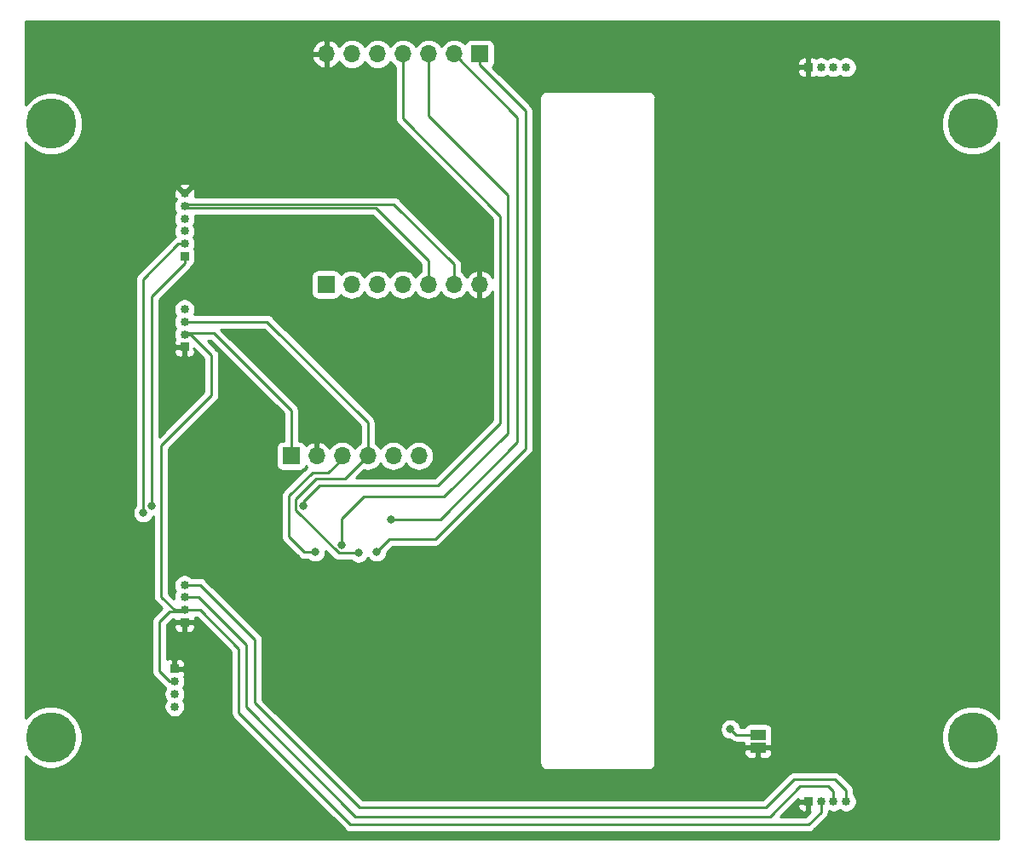
<source format=gbr>
G04 #@! TF.GenerationSoftware,KiCad,Pcbnew,(5.1.2)-2*
G04 #@! TF.CreationDate,2021-04-07T22:22:04-04:00*
G04 #@! TF.ProjectId,Magnetometer_A,4d61676e-6574-46f6-9d65-7465725f412e,rev?*
G04 #@! TF.SameCoordinates,Original*
G04 #@! TF.FileFunction,Copper,L2,Bot*
G04 #@! TF.FilePolarity,Positive*
%FSLAX46Y46*%
G04 Gerber Fmt 4.6, Leading zero omitted, Abs format (unit mm)*
G04 Created by KiCad (PCBNEW (5.1.2)-2) date 2021-04-07 22:22:04*
%MOMM*%
%LPD*%
G04 APERTURE LIST*
%ADD10C,5.000000*%
%ADD11R,0.850000X0.850000*%
%ADD12C,0.850000*%
%ADD13O,1.700000X1.700000*%
%ADD14R,1.700000X1.700000*%
%ADD15R,1.500000X1.000000*%
%ADD16C,0.800000*%
%ADD17C,0.250000*%
%ADD18C,0.254000*%
G04 APERTURE END LIST*
D10*
X42210000Y-105110000D03*
X42260000Y-44110000D03*
X133860000Y-105110000D03*
X133860000Y-44110000D03*
D11*
X117500000Y-111500000D03*
D12*
X118750000Y-111500000D03*
X120000000Y-111500000D03*
X121250000Y-111500000D03*
D11*
X117500000Y-38500000D03*
D12*
X118750000Y-38500000D03*
X120000000Y-38500000D03*
X121250000Y-38500000D03*
X55500000Y-89950000D03*
X55500000Y-91200000D03*
X55500000Y-92450000D03*
D11*
X55500000Y-93700000D03*
D13*
X69600000Y-37190000D03*
X72140000Y-37190000D03*
X74680000Y-37190000D03*
X77220000Y-37190000D03*
X79760000Y-37190000D03*
X82300000Y-37190000D03*
D14*
X84840000Y-37190000D03*
D13*
X84820000Y-60100000D03*
X82280000Y-60100000D03*
X79740000Y-60100000D03*
X77200000Y-60100000D03*
X74660000Y-60100000D03*
X72120000Y-60100000D03*
D14*
X69580000Y-60100000D03*
D11*
X55500000Y-57300000D03*
D12*
X55500000Y-56050000D03*
X55500000Y-54800000D03*
X55500000Y-53550000D03*
X55500000Y-52300000D03*
X55500000Y-51050000D03*
D13*
X78790000Y-77130000D03*
X76250000Y-77130000D03*
X73710000Y-77130000D03*
X71170000Y-77130000D03*
X68630000Y-77130000D03*
D14*
X66090000Y-77130000D03*
D12*
X55500000Y-62550000D03*
X55500000Y-63800000D03*
X55500000Y-65050000D03*
D11*
X55500000Y-66300000D03*
D15*
X112500000Y-104850000D03*
X112500000Y-106150000D03*
D11*
X54500000Y-98300000D03*
D12*
X54500000Y-99550000D03*
X54500000Y-100800000D03*
X54500000Y-102050000D03*
D16*
X109750000Y-104300000D03*
X72799996Y-86800000D03*
X68500000Y-86700000D03*
X51400000Y-82800000D03*
X52200000Y-82100000D03*
X76000000Y-83500000D03*
X71100000Y-86000000D03*
X74599998Y-86700000D03*
X67300000Y-82100000D03*
D17*
X110300000Y-104850000D02*
X112500000Y-104850000D01*
X109750000Y-104300000D02*
X110300000Y-104850000D01*
X55500000Y-92450000D02*
X57050000Y-92450000D01*
X57050000Y-92450000D02*
X60900000Y-96300000D01*
X60900000Y-96300000D02*
X60900000Y-102700000D01*
X60900000Y-102700000D02*
X72000000Y-113800000D01*
X72000000Y-113800000D02*
X117500000Y-113800000D01*
X118750000Y-112550000D02*
X118750000Y-111500000D01*
X117500000Y-113800000D02*
X118750000Y-112550000D01*
X79740000Y-57740000D02*
X79740000Y-60100000D01*
X74500000Y-52500000D02*
X79740000Y-57740000D01*
X55500000Y-52300000D02*
X55700000Y-52500000D01*
X55700000Y-52500000D02*
X74500000Y-52500000D01*
X82280000Y-58080000D02*
X82280000Y-60100000D01*
X76300000Y-52100000D02*
X82280000Y-58080000D01*
X55500000Y-52300000D02*
X55700000Y-52100000D01*
X55700000Y-52100000D02*
X76300000Y-52100000D01*
X54000000Y-99550000D02*
X54500000Y-99550000D01*
X53000000Y-98550000D02*
X54000000Y-99550000D01*
X53000000Y-93600000D02*
X53000000Y-98550000D01*
X54000000Y-92600000D02*
X53000000Y-93600000D01*
X55500000Y-92450000D02*
X55350000Y-92600000D01*
X55350000Y-92600000D02*
X54000000Y-92600000D01*
X66090000Y-72590000D02*
X66090000Y-77130000D01*
X58400000Y-64900000D02*
X66090000Y-72590000D01*
X55500000Y-65050000D02*
X55650000Y-64900000D01*
X55650000Y-64900000D02*
X58400000Y-64900000D01*
X54898960Y-92450000D02*
X55500000Y-92450000D01*
X54500000Y-92450000D02*
X54898960Y-92450000D01*
X56101040Y-65050000D02*
X58200000Y-67148960D01*
X55500000Y-65050000D02*
X56101040Y-65050000D01*
X58200000Y-67148960D02*
X58200000Y-71100000D01*
X58200000Y-71100000D02*
X53200000Y-76100000D01*
X53200000Y-76100000D02*
X53200000Y-91150000D01*
X53200000Y-91150000D02*
X54500000Y-92450000D01*
X55500000Y-63800000D02*
X63700000Y-63800000D01*
X73710000Y-73810000D02*
X73710000Y-77130000D01*
X63700000Y-63800000D02*
X73710000Y-73810000D01*
X72234311Y-86800000D02*
X72799996Y-86800000D01*
X66574999Y-82540684D02*
X70834315Y-86800000D01*
X70834315Y-86800000D02*
X72234311Y-86800000D01*
X66574999Y-81425001D02*
X66574999Y-82540684D01*
X68600000Y-79400000D02*
X66574999Y-81425001D01*
X71440000Y-79400000D02*
X68600000Y-79400000D01*
X73710000Y-77130000D02*
X71440000Y-79400000D01*
X57050000Y-89950000D02*
X55500000Y-89950000D01*
X62500000Y-101700000D02*
X62500000Y-95400000D01*
X121250000Y-110400000D02*
X120150000Y-109300000D01*
X121250000Y-111500000D02*
X121250000Y-110400000D01*
X120150000Y-109300000D02*
X116050000Y-109300000D01*
X62500000Y-95400000D02*
X57050000Y-89950000D01*
X116050000Y-109300000D02*
X113250000Y-112100000D01*
X113250000Y-112100000D02*
X72900000Y-112100000D01*
X72900000Y-112100000D02*
X62500000Y-101700000D01*
X120000000Y-110500000D02*
X120000000Y-111500000D01*
X119500000Y-110000000D02*
X120000000Y-110500000D01*
X56900000Y-91200000D02*
X61600000Y-95900000D01*
X55500000Y-91200000D02*
X56900000Y-91200000D01*
X61600000Y-95900000D02*
X61600000Y-102100000D01*
X116700000Y-110000000D02*
X119500000Y-110000000D01*
X61600000Y-102100000D02*
X72500000Y-113000000D01*
X72500000Y-113000000D02*
X113700000Y-113000000D01*
X113700000Y-113000000D02*
X116700000Y-110000000D01*
X71170000Y-77430000D02*
X71170000Y-77130000D01*
X67417157Y-86700000D02*
X65900000Y-85182843D01*
X65900000Y-85182843D02*
X65900000Y-81100000D01*
X65900000Y-81100000D02*
X68200000Y-78800000D01*
X68500000Y-86700000D02*
X67417157Y-86700000D01*
X68200000Y-78800000D02*
X69800000Y-78800000D01*
X69800000Y-78800000D02*
X71170000Y-77430000D01*
X55500000Y-56050000D02*
X54898960Y-56050000D01*
X51400000Y-59548960D02*
X51400000Y-82234315D01*
X54898960Y-56050000D02*
X51400000Y-59548960D01*
X51400000Y-82234315D02*
X51400000Y-82800000D01*
X52200000Y-61275000D02*
X52200000Y-81534315D01*
X52200000Y-81534315D02*
X52200000Y-82100000D01*
X55500000Y-57300000D02*
X55500000Y-57975000D01*
X55500000Y-57975000D02*
X52200000Y-61275000D01*
X80900000Y-83500000D02*
X76565685Y-83500000D01*
X76565685Y-83500000D02*
X76000000Y-83500000D01*
X88600000Y-75800000D02*
X80900000Y-83500000D01*
X88600000Y-43490000D02*
X88600000Y-75800000D01*
X82300000Y-37190000D02*
X88600000Y-43490000D01*
X71100000Y-83400000D02*
X71100000Y-86000000D01*
X79760000Y-43360000D02*
X87600000Y-51200000D01*
X79760000Y-37190000D02*
X79760000Y-43360000D01*
X87600000Y-51200000D02*
X87600000Y-74900000D01*
X87600000Y-74900000D02*
X81300000Y-81200000D01*
X81300000Y-81200000D02*
X73300000Y-81200000D01*
X73300000Y-81200000D02*
X71100000Y-83400000D01*
X74600000Y-86700000D02*
X74599998Y-86700000D01*
X84840000Y-38290000D02*
X89400000Y-42850000D01*
X84840000Y-37190000D02*
X84840000Y-38290000D01*
X89400000Y-42850000D02*
X89400000Y-76400000D01*
X89400000Y-76400000D02*
X80400000Y-85400000D01*
X80400000Y-85400000D02*
X75900000Y-85400000D01*
X75900000Y-85400000D02*
X74600000Y-86700000D01*
X67300000Y-81700000D02*
X67300000Y-82100000D01*
X77220000Y-37190000D02*
X77220000Y-43620000D01*
X86900000Y-53300000D02*
X86900000Y-73900000D01*
X77220000Y-43620000D02*
X86900000Y-53300000D01*
X86900000Y-73900000D02*
X80700000Y-80100000D01*
X80700000Y-80100000D02*
X68900000Y-80100000D01*
X68900000Y-80100000D02*
X67300000Y-81700000D01*
D18*
G36*
X136400000Y-42268527D02*
G01*
X136295114Y-42111554D01*
X135858446Y-41674886D01*
X135344979Y-41331799D01*
X134774446Y-41095476D01*
X134168771Y-40975000D01*
X133551229Y-40975000D01*
X132945554Y-41095476D01*
X132375021Y-41331799D01*
X131861554Y-41674886D01*
X131424886Y-42111554D01*
X131081799Y-42625021D01*
X130845476Y-43195554D01*
X130725000Y-43801229D01*
X130725000Y-44418771D01*
X130845476Y-45024446D01*
X131081799Y-45594979D01*
X131424886Y-46108446D01*
X131861554Y-46545114D01*
X132375021Y-46888201D01*
X132945554Y-47124524D01*
X133551229Y-47245000D01*
X134168771Y-47245000D01*
X134774446Y-47124524D01*
X135344979Y-46888201D01*
X135858446Y-46545114D01*
X136295114Y-46108446D01*
X136400000Y-45951472D01*
X136400001Y-103268529D01*
X136295114Y-103111554D01*
X135858446Y-102674886D01*
X135344979Y-102331799D01*
X134774446Y-102095476D01*
X134168771Y-101975000D01*
X133551229Y-101975000D01*
X132945554Y-102095476D01*
X132375021Y-102331799D01*
X131861554Y-102674886D01*
X131424886Y-103111554D01*
X131081799Y-103625021D01*
X130845476Y-104195554D01*
X130725000Y-104801229D01*
X130725000Y-105418771D01*
X130845476Y-106024446D01*
X131081799Y-106594979D01*
X131424886Y-107108446D01*
X131861554Y-107545114D01*
X132375021Y-107888201D01*
X132945554Y-108124524D01*
X133551229Y-108245000D01*
X134168771Y-108245000D01*
X134774446Y-108124524D01*
X135344979Y-107888201D01*
X135858446Y-107545114D01*
X136295114Y-107108446D01*
X136400001Y-106951471D01*
X136400001Y-115250000D01*
X39720000Y-115250000D01*
X39720000Y-107026303D01*
X39774886Y-107108446D01*
X40211554Y-107545114D01*
X40725021Y-107888201D01*
X41295554Y-108124524D01*
X41901229Y-108245000D01*
X42518771Y-108245000D01*
X43124446Y-108124524D01*
X43694979Y-107888201D01*
X44208446Y-107545114D01*
X44645114Y-107108446D01*
X44988201Y-106594979D01*
X45224524Y-106024446D01*
X45345000Y-105418771D01*
X45345000Y-104801229D01*
X45224524Y-104195554D01*
X44988201Y-103625021D01*
X44645114Y-103111554D01*
X44208446Y-102674886D01*
X43694979Y-102331799D01*
X43124446Y-102095476D01*
X42518771Y-101975000D01*
X41901229Y-101975000D01*
X41295554Y-102095476D01*
X40725021Y-102331799D01*
X40211554Y-102674886D01*
X39774886Y-103111554D01*
X39720000Y-103193697D01*
X39720000Y-82698061D01*
X50365000Y-82698061D01*
X50365000Y-82901939D01*
X50404774Y-83101898D01*
X50482795Y-83290256D01*
X50596063Y-83459774D01*
X50740226Y-83603937D01*
X50909744Y-83717205D01*
X51098102Y-83795226D01*
X51298061Y-83835000D01*
X51501939Y-83835000D01*
X51701898Y-83795226D01*
X51890256Y-83717205D01*
X52059774Y-83603937D01*
X52203937Y-83459774D01*
X52317205Y-83290256D01*
X52388660Y-83117750D01*
X52440000Y-83107538D01*
X52440001Y-91112667D01*
X52436324Y-91150000D01*
X52450998Y-91298985D01*
X52494454Y-91442246D01*
X52565026Y-91574276D01*
X52608004Y-91626644D01*
X52660000Y-91690001D01*
X52688998Y-91713799D01*
X53250198Y-92275000D01*
X52489002Y-93036196D01*
X52459999Y-93059999D01*
X52406071Y-93125711D01*
X52365026Y-93175724D01*
X52352583Y-93199003D01*
X52294454Y-93307754D01*
X52250997Y-93451015D01*
X52240000Y-93562668D01*
X52240000Y-93562678D01*
X52236324Y-93600000D01*
X52240000Y-93637323D01*
X52240001Y-98512668D01*
X52236324Y-98550000D01*
X52250998Y-98698985D01*
X52294454Y-98842246D01*
X52365026Y-98974276D01*
X52418142Y-99038997D01*
X52460000Y-99090001D01*
X52488998Y-99113799D01*
X53436201Y-100061003D01*
X53459999Y-100090001D01*
X53488997Y-100113799D01*
X53575724Y-100184974D01*
X53620208Y-100208752D01*
X53560640Y-100297902D01*
X53480735Y-100490809D01*
X53440000Y-100695599D01*
X53440000Y-100904401D01*
X53480735Y-101109191D01*
X53560640Y-101302098D01*
X53642760Y-101425000D01*
X53560640Y-101547902D01*
X53480735Y-101740809D01*
X53440000Y-101945599D01*
X53440000Y-102154401D01*
X53480735Y-102359191D01*
X53560640Y-102552098D01*
X53676644Y-102725711D01*
X53824289Y-102873356D01*
X53997902Y-102989360D01*
X54190809Y-103069265D01*
X54395599Y-103110000D01*
X54604401Y-103110000D01*
X54809191Y-103069265D01*
X55002098Y-102989360D01*
X55175711Y-102873356D01*
X55323356Y-102725711D01*
X55439360Y-102552098D01*
X55519265Y-102359191D01*
X55560000Y-102154401D01*
X55560000Y-101945599D01*
X55519265Y-101740809D01*
X55439360Y-101547902D01*
X55357240Y-101425000D01*
X55439360Y-101302098D01*
X55519265Y-101109191D01*
X55560000Y-100904401D01*
X55560000Y-100695599D01*
X55519265Y-100490809D01*
X55439360Y-100297902D01*
X55357240Y-100175000D01*
X55439360Y-100052098D01*
X55519265Y-99859191D01*
X55560000Y-99654401D01*
X55560000Y-99445599D01*
X55519265Y-99240809D01*
X55453483Y-99081997D01*
X55455537Y-99079494D01*
X55514502Y-98969180D01*
X55550812Y-98849482D01*
X55563072Y-98725000D01*
X55560000Y-98585750D01*
X55401250Y-98427000D01*
X54627000Y-98427000D01*
X54627000Y-98447000D01*
X54373000Y-98447000D01*
X54373000Y-98427000D01*
X54353000Y-98427000D01*
X54353000Y-98173000D01*
X54373000Y-98173000D01*
X54373000Y-97398750D01*
X54627000Y-97398750D01*
X54627000Y-98173000D01*
X55401250Y-98173000D01*
X55560000Y-98014250D01*
X55563072Y-97875000D01*
X55550812Y-97750518D01*
X55514502Y-97630820D01*
X55455537Y-97520506D01*
X55376185Y-97423815D01*
X55279494Y-97344463D01*
X55169180Y-97285498D01*
X55049482Y-97249188D01*
X54925000Y-97236928D01*
X54785750Y-97240000D01*
X54627000Y-97398750D01*
X54373000Y-97398750D01*
X54214250Y-97240000D01*
X54075000Y-97236928D01*
X53950518Y-97249188D01*
X53830820Y-97285498D01*
X53760000Y-97323353D01*
X53760000Y-94125000D01*
X54436928Y-94125000D01*
X54449188Y-94249482D01*
X54485498Y-94369180D01*
X54544463Y-94479494D01*
X54623815Y-94576185D01*
X54720506Y-94655537D01*
X54830820Y-94714502D01*
X54950518Y-94750812D01*
X55075000Y-94763072D01*
X55214250Y-94760000D01*
X55373000Y-94601250D01*
X55373000Y-93827000D01*
X55627000Y-93827000D01*
X55627000Y-94601250D01*
X55785750Y-94760000D01*
X55925000Y-94763072D01*
X56049482Y-94750812D01*
X56169180Y-94714502D01*
X56279494Y-94655537D01*
X56376185Y-94576185D01*
X56455537Y-94479494D01*
X56514502Y-94369180D01*
X56550812Y-94249482D01*
X56563072Y-94125000D01*
X56560000Y-93985750D01*
X56401250Y-93827000D01*
X55627000Y-93827000D01*
X55373000Y-93827000D01*
X54598750Y-93827000D01*
X54440000Y-93985750D01*
X54436928Y-94125000D01*
X53760000Y-94125000D01*
X53760000Y-93914801D01*
X54314802Y-93360000D01*
X54438803Y-93360000D01*
X54440000Y-93414250D01*
X54598750Y-93573000D01*
X55373000Y-93573000D01*
X55373000Y-93553000D01*
X55627000Y-93553000D01*
X55627000Y-93573000D01*
X56401250Y-93573000D01*
X56560000Y-93414250D01*
X56563072Y-93275000D01*
X56556670Y-93210000D01*
X56735199Y-93210000D01*
X60140000Y-96614802D01*
X60140001Y-102662668D01*
X60136324Y-102700000D01*
X60140001Y-102737333D01*
X60150998Y-102848986D01*
X60164180Y-102892442D01*
X60194454Y-102992246D01*
X60265026Y-103124276D01*
X60336201Y-103211002D01*
X60360000Y-103240001D01*
X60388998Y-103263799D01*
X71436201Y-114311003D01*
X71459999Y-114340001D01*
X71488997Y-114363799D01*
X71575724Y-114434974D01*
X71707753Y-114505546D01*
X71851014Y-114549003D01*
X72000000Y-114563677D01*
X72037333Y-114560000D01*
X117462678Y-114560000D01*
X117500000Y-114563676D01*
X117537322Y-114560000D01*
X117537333Y-114560000D01*
X117648986Y-114549003D01*
X117792247Y-114505546D01*
X117924276Y-114434974D01*
X118040001Y-114340001D01*
X118063804Y-114310997D01*
X119261004Y-113113798D01*
X119290001Y-113090001D01*
X119363863Y-113000000D01*
X119384974Y-112974277D01*
X119455546Y-112842247D01*
X119488086Y-112734974D01*
X119499003Y-112698986D01*
X119510000Y-112587333D01*
X119510000Y-112587323D01*
X119513676Y-112550000D01*
X119510000Y-112512677D01*
X119510000Y-112444371D01*
X119690809Y-112519265D01*
X119895599Y-112560000D01*
X120104401Y-112560000D01*
X120309191Y-112519265D01*
X120502098Y-112439360D01*
X120625000Y-112357240D01*
X120747902Y-112439360D01*
X120940809Y-112519265D01*
X121145599Y-112560000D01*
X121354401Y-112560000D01*
X121559191Y-112519265D01*
X121752098Y-112439360D01*
X121925711Y-112323356D01*
X122073356Y-112175711D01*
X122189360Y-112002098D01*
X122269265Y-111809191D01*
X122310000Y-111604401D01*
X122310000Y-111395599D01*
X122269265Y-111190809D01*
X122189360Y-110997902D01*
X122073356Y-110824289D01*
X122010000Y-110760933D01*
X122010000Y-110437323D01*
X122013676Y-110400000D01*
X122010000Y-110362677D01*
X122010000Y-110362667D01*
X121999003Y-110251014D01*
X121955546Y-110107753D01*
X121884974Y-109975723D01*
X121813799Y-109888997D01*
X121790001Y-109859999D01*
X121761003Y-109836201D01*
X120713804Y-108789002D01*
X120690001Y-108759999D01*
X120574276Y-108665026D01*
X120442247Y-108594454D01*
X120298986Y-108550997D01*
X120187333Y-108540000D01*
X120187322Y-108540000D01*
X120150000Y-108536324D01*
X120112678Y-108540000D01*
X116087323Y-108540000D01*
X116050000Y-108536324D01*
X116012677Y-108540000D01*
X116012667Y-108540000D01*
X115901014Y-108550997D01*
X115757753Y-108594454D01*
X115625723Y-108665026D01*
X115542083Y-108733668D01*
X115509999Y-108759999D01*
X115486201Y-108788997D01*
X112935199Y-111340000D01*
X73214802Y-111340000D01*
X63260000Y-101385199D01*
X63260000Y-95437323D01*
X63263676Y-95400000D01*
X63260000Y-95362677D01*
X63260000Y-95362667D01*
X63249003Y-95251014D01*
X63205546Y-95107753D01*
X63134974Y-94975723D01*
X63063799Y-94888997D01*
X63040001Y-94859999D01*
X63011003Y-94836201D01*
X57613804Y-89439003D01*
X57590001Y-89409999D01*
X57474276Y-89315026D01*
X57342247Y-89244454D01*
X57198986Y-89200997D01*
X57087333Y-89190000D01*
X57087322Y-89190000D01*
X57050000Y-89186324D01*
X57012678Y-89190000D01*
X56239067Y-89190000D01*
X56175711Y-89126644D01*
X56002098Y-89010640D01*
X55809191Y-88930735D01*
X55604401Y-88890000D01*
X55395599Y-88890000D01*
X55190809Y-88930735D01*
X54997902Y-89010640D01*
X54824289Y-89126644D01*
X54676644Y-89274289D01*
X54560640Y-89447902D01*
X54480735Y-89640809D01*
X54440000Y-89845599D01*
X54440000Y-90054401D01*
X54480735Y-90259191D01*
X54560640Y-90452098D01*
X54642760Y-90575000D01*
X54560640Y-90697902D01*
X54480735Y-90890809D01*
X54440000Y-91095599D01*
X54440000Y-91304401D01*
X54442681Y-91317879D01*
X53960000Y-90835199D01*
X53960000Y-76414801D01*
X58711003Y-71663799D01*
X58740001Y-71640001D01*
X58834974Y-71524276D01*
X58905546Y-71392247D01*
X58949003Y-71248986D01*
X58960000Y-71137333D01*
X58960000Y-71137323D01*
X58963676Y-71100000D01*
X58960000Y-71062677D01*
X58960000Y-67186285D01*
X58963676Y-67148960D01*
X58960000Y-67111635D01*
X58960000Y-67111627D01*
X58949003Y-66999974D01*
X58905546Y-66856713D01*
X58834974Y-66724684D01*
X58740001Y-66608959D01*
X58711004Y-66585162D01*
X57785842Y-65660000D01*
X58085199Y-65660000D01*
X65330000Y-72904802D01*
X65330001Y-75641928D01*
X65240000Y-75641928D01*
X65115518Y-75654188D01*
X64995820Y-75690498D01*
X64885506Y-75749463D01*
X64788815Y-75828815D01*
X64709463Y-75925506D01*
X64650498Y-76035820D01*
X64614188Y-76155518D01*
X64601928Y-76280000D01*
X64601928Y-77980000D01*
X64614188Y-78104482D01*
X64650498Y-78224180D01*
X64709463Y-78334494D01*
X64788815Y-78431185D01*
X64885506Y-78510537D01*
X64995820Y-78569502D01*
X65115518Y-78605812D01*
X65240000Y-78618072D01*
X66940000Y-78618072D01*
X67064482Y-78605812D01*
X67184180Y-78569502D01*
X67294494Y-78510537D01*
X67391185Y-78431185D01*
X67470537Y-78334494D01*
X67529502Y-78224180D01*
X67553966Y-78143534D01*
X67629731Y-78227588D01*
X67666277Y-78254847D01*
X67659999Y-78259999D01*
X67636201Y-78288997D01*
X65388998Y-80536201D01*
X65360000Y-80559999D01*
X65336202Y-80588997D01*
X65336201Y-80588998D01*
X65265026Y-80675724D01*
X65194454Y-80807754D01*
X65181942Y-80849002D01*
X65150998Y-80951014D01*
X65146102Y-81000725D01*
X65136324Y-81100000D01*
X65140001Y-81137332D01*
X65140000Y-85145520D01*
X65136324Y-85182843D01*
X65140000Y-85220165D01*
X65140000Y-85220175D01*
X65150997Y-85331828D01*
X65194454Y-85475089D01*
X65265026Y-85607119D01*
X65304871Y-85655669D01*
X65359999Y-85722844D01*
X65389003Y-85746647D01*
X66853358Y-87211003D01*
X66877156Y-87240001D01*
X66906154Y-87263799D01*
X66992880Y-87334974D01*
X67124910Y-87405546D01*
X67268171Y-87449003D01*
X67379824Y-87460000D01*
X67379834Y-87460000D01*
X67417156Y-87463676D01*
X67454479Y-87460000D01*
X67796289Y-87460000D01*
X67840226Y-87503937D01*
X68009744Y-87617205D01*
X68198102Y-87695226D01*
X68398061Y-87735000D01*
X68601939Y-87735000D01*
X68801898Y-87695226D01*
X68990256Y-87617205D01*
X69159774Y-87503937D01*
X69303937Y-87359774D01*
X69417205Y-87190256D01*
X69495226Y-87001898D01*
X69535000Y-86801939D01*
X69535000Y-86598061D01*
X69529395Y-86569883D01*
X70270520Y-87311008D01*
X70294314Y-87340001D01*
X70323307Y-87363795D01*
X70323311Y-87363799D01*
X70374181Y-87405546D01*
X70410039Y-87434974D01*
X70542068Y-87505546D01*
X70685329Y-87549003D01*
X70796982Y-87560000D01*
X70796991Y-87560000D01*
X70834314Y-87563676D01*
X70871637Y-87560000D01*
X72096285Y-87560000D01*
X72140222Y-87603937D01*
X72309740Y-87717205D01*
X72498098Y-87795226D01*
X72698057Y-87835000D01*
X72901935Y-87835000D01*
X73101894Y-87795226D01*
X73290252Y-87717205D01*
X73459770Y-87603937D01*
X73603933Y-87459774D01*
X73717201Y-87290256D01*
X73729604Y-87260313D01*
X73796061Y-87359774D01*
X73940224Y-87503937D01*
X74109742Y-87617205D01*
X74298100Y-87695226D01*
X74498059Y-87735000D01*
X74701937Y-87735000D01*
X74901896Y-87695226D01*
X75090254Y-87617205D01*
X75259772Y-87503937D01*
X75403935Y-87359774D01*
X75517203Y-87190256D01*
X75595224Y-87001898D01*
X75634998Y-86801939D01*
X75634998Y-86739803D01*
X76214802Y-86160000D01*
X80362678Y-86160000D01*
X80400000Y-86163676D01*
X80437322Y-86160000D01*
X80437333Y-86160000D01*
X80548986Y-86149003D01*
X80692247Y-86105546D01*
X80824276Y-86034974D01*
X80940001Y-85940001D01*
X80963804Y-85910997D01*
X89911003Y-76963799D01*
X89940001Y-76940001D01*
X90000567Y-76866201D01*
X90034974Y-76824277D01*
X90105546Y-76692247D01*
X90136562Y-76589999D01*
X90149003Y-76548986D01*
X90160000Y-76437333D01*
X90160000Y-76437324D01*
X90163676Y-76400001D01*
X90160000Y-76362678D01*
X90160000Y-42887323D01*
X90163676Y-42850000D01*
X90160000Y-42812677D01*
X90160000Y-42812667D01*
X90149003Y-42701014D01*
X90105546Y-42557753D01*
X90034974Y-42425724D01*
X89940001Y-42309999D01*
X89911004Y-42286202D01*
X89134802Y-41510000D01*
X90796807Y-41510000D01*
X90800001Y-41542430D01*
X90800000Y-107677581D01*
X90796807Y-107710000D01*
X90809550Y-107839383D01*
X90847290Y-107963793D01*
X90908575Y-108078450D01*
X90991052Y-108178948D01*
X91091550Y-108261425D01*
X91206207Y-108322710D01*
X91330617Y-108360450D01*
X91460000Y-108373193D01*
X91492419Y-108370000D01*
X101627581Y-108370000D01*
X101660000Y-108373193D01*
X101692419Y-108370000D01*
X101789383Y-108360450D01*
X101913793Y-108322710D01*
X102028450Y-108261425D01*
X102128948Y-108178948D01*
X102211425Y-108078450D01*
X102272710Y-107963793D01*
X102310450Y-107839383D01*
X102323193Y-107710000D01*
X102320000Y-107677581D01*
X102320000Y-106650000D01*
X111111928Y-106650000D01*
X111124188Y-106774482D01*
X111160498Y-106894180D01*
X111219463Y-107004494D01*
X111298815Y-107101185D01*
X111395506Y-107180537D01*
X111505820Y-107239502D01*
X111625518Y-107275812D01*
X111750000Y-107288072D01*
X112214250Y-107285000D01*
X112373000Y-107126250D01*
X112373000Y-106277000D01*
X112627000Y-106277000D01*
X112627000Y-107126250D01*
X112785750Y-107285000D01*
X113250000Y-107288072D01*
X113374482Y-107275812D01*
X113494180Y-107239502D01*
X113604494Y-107180537D01*
X113701185Y-107101185D01*
X113780537Y-107004494D01*
X113839502Y-106894180D01*
X113875812Y-106774482D01*
X113888072Y-106650000D01*
X113885000Y-106435750D01*
X113726250Y-106277000D01*
X112627000Y-106277000D01*
X112373000Y-106277000D01*
X111273750Y-106277000D01*
X111115000Y-106435750D01*
X111111928Y-106650000D01*
X102320000Y-106650000D01*
X102320000Y-104198061D01*
X108715000Y-104198061D01*
X108715000Y-104401939D01*
X108754774Y-104601898D01*
X108832795Y-104790256D01*
X108946063Y-104959774D01*
X109090226Y-105103937D01*
X109259744Y-105217205D01*
X109448102Y-105295226D01*
X109648061Y-105335000D01*
X109710197Y-105335000D01*
X109736205Y-105361007D01*
X109759999Y-105390001D01*
X109788992Y-105413795D01*
X109788996Y-105413799D01*
X109859685Y-105471811D01*
X109875724Y-105484974D01*
X110007753Y-105555546D01*
X110151014Y-105599003D01*
X110262667Y-105610000D01*
X110262676Y-105610000D01*
X110299999Y-105613676D01*
X110337322Y-105610000D01*
X111115868Y-105610000D01*
X111111928Y-105650000D01*
X111115000Y-105864250D01*
X111273750Y-106023000D01*
X112373000Y-106023000D01*
X112373000Y-106003000D01*
X112627000Y-106003000D01*
X112627000Y-106023000D01*
X113726250Y-106023000D01*
X113885000Y-105864250D01*
X113888072Y-105650000D01*
X113875812Y-105525518D01*
X113868071Y-105500000D01*
X113875812Y-105474482D01*
X113888072Y-105350000D01*
X113888072Y-104350000D01*
X113875812Y-104225518D01*
X113839502Y-104105820D01*
X113780537Y-103995506D01*
X113701185Y-103898815D01*
X113604494Y-103819463D01*
X113494180Y-103760498D01*
X113374482Y-103724188D01*
X113250000Y-103711928D01*
X111750000Y-103711928D01*
X111625518Y-103724188D01*
X111505820Y-103760498D01*
X111395506Y-103819463D01*
X111298815Y-103898815D01*
X111219463Y-103995506D01*
X111168954Y-104090000D01*
X110763506Y-104090000D01*
X110745226Y-103998102D01*
X110667205Y-103809744D01*
X110553937Y-103640226D01*
X110409774Y-103496063D01*
X110240256Y-103382795D01*
X110051898Y-103304774D01*
X109851939Y-103265000D01*
X109648061Y-103265000D01*
X109448102Y-103304774D01*
X109259744Y-103382795D01*
X109090226Y-103496063D01*
X108946063Y-103640226D01*
X108832795Y-103809744D01*
X108754774Y-103998102D01*
X108715000Y-104198061D01*
X102320000Y-104198061D01*
X102320000Y-41542419D01*
X102323193Y-41510000D01*
X102310450Y-41380617D01*
X102272710Y-41256207D01*
X102211425Y-41141550D01*
X102128948Y-41041052D01*
X102028450Y-40958575D01*
X101913793Y-40897290D01*
X101789383Y-40859550D01*
X101692419Y-40850000D01*
X101660000Y-40846807D01*
X101627581Y-40850000D01*
X91492419Y-40850000D01*
X91460000Y-40846807D01*
X91427581Y-40850000D01*
X91330617Y-40859550D01*
X91206207Y-40897290D01*
X91091550Y-40958575D01*
X90991052Y-41041052D01*
X90908575Y-41141550D01*
X90847290Y-41256207D01*
X90809550Y-41380617D01*
X90796807Y-41510000D01*
X89134802Y-41510000D01*
X86549802Y-38925000D01*
X116436928Y-38925000D01*
X116449188Y-39049482D01*
X116485498Y-39169180D01*
X116544463Y-39279494D01*
X116623815Y-39376185D01*
X116720506Y-39455537D01*
X116830820Y-39514502D01*
X116950518Y-39550812D01*
X117075000Y-39563072D01*
X117214250Y-39560000D01*
X117373000Y-39401250D01*
X117373000Y-38627000D01*
X116598750Y-38627000D01*
X116440000Y-38785750D01*
X116436928Y-38925000D01*
X86549802Y-38925000D01*
X86127345Y-38502543D01*
X86141185Y-38491185D01*
X86220537Y-38394494D01*
X86279502Y-38284180D01*
X86315812Y-38164482D01*
X86324624Y-38075000D01*
X116436928Y-38075000D01*
X116440000Y-38214250D01*
X116598750Y-38373000D01*
X117373000Y-38373000D01*
X117373000Y-37598750D01*
X117627000Y-37598750D01*
X117627000Y-38373000D01*
X117647000Y-38373000D01*
X117647000Y-38627000D01*
X117627000Y-38627000D01*
X117627000Y-39401250D01*
X117785750Y-39560000D01*
X117925000Y-39563072D01*
X118049482Y-39550812D01*
X118169180Y-39514502D01*
X118279494Y-39455537D01*
X118281997Y-39453483D01*
X118440809Y-39519265D01*
X118645599Y-39560000D01*
X118854401Y-39560000D01*
X119059191Y-39519265D01*
X119252098Y-39439360D01*
X119375000Y-39357240D01*
X119497902Y-39439360D01*
X119690809Y-39519265D01*
X119895599Y-39560000D01*
X120104401Y-39560000D01*
X120309191Y-39519265D01*
X120502098Y-39439360D01*
X120625000Y-39357240D01*
X120747902Y-39439360D01*
X120940809Y-39519265D01*
X121145599Y-39560000D01*
X121354401Y-39560000D01*
X121559191Y-39519265D01*
X121752098Y-39439360D01*
X121925711Y-39323356D01*
X122073356Y-39175711D01*
X122189360Y-39002098D01*
X122269265Y-38809191D01*
X122310000Y-38604401D01*
X122310000Y-38395599D01*
X122269265Y-38190809D01*
X122189360Y-37997902D01*
X122073356Y-37824289D01*
X121925711Y-37676644D01*
X121752098Y-37560640D01*
X121559191Y-37480735D01*
X121354401Y-37440000D01*
X121145599Y-37440000D01*
X120940809Y-37480735D01*
X120747902Y-37560640D01*
X120625000Y-37642760D01*
X120502098Y-37560640D01*
X120309191Y-37480735D01*
X120104401Y-37440000D01*
X119895599Y-37440000D01*
X119690809Y-37480735D01*
X119497902Y-37560640D01*
X119375000Y-37642760D01*
X119252098Y-37560640D01*
X119059191Y-37480735D01*
X118854401Y-37440000D01*
X118645599Y-37440000D01*
X118440809Y-37480735D01*
X118281997Y-37546517D01*
X118279494Y-37544463D01*
X118169180Y-37485498D01*
X118049482Y-37449188D01*
X117925000Y-37436928D01*
X117785750Y-37440000D01*
X117627000Y-37598750D01*
X117373000Y-37598750D01*
X117214250Y-37440000D01*
X117075000Y-37436928D01*
X116950518Y-37449188D01*
X116830820Y-37485498D01*
X116720506Y-37544463D01*
X116623815Y-37623815D01*
X116544463Y-37720506D01*
X116485498Y-37830820D01*
X116449188Y-37950518D01*
X116436928Y-38075000D01*
X86324624Y-38075000D01*
X86328072Y-38040000D01*
X86328072Y-36340000D01*
X86315812Y-36215518D01*
X86279502Y-36095820D01*
X86220537Y-35985506D01*
X86141185Y-35888815D01*
X86044494Y-35809463D01*
X85934180Y-35750498D01*
X85814482Y-35714188D01*
X85690000Y-35701928D01*
X83990000Y-35701928D01*
X83865518Y-35714188D01*
X83745820Y-35750498D01*
X83635506Y-35809463D01*
X83538815Y-35888815D01*
X83459463Y-35985506D01*
X83400498Y-36095820D01*
X83379607Y-36164687D01*
X83355134Y-36134866D01*
X83129014Y-35949294D01*
X82871034Y-35811401D01*
X82591111Y-35726487D01*
X82372950Y-35705000D01*
X82227050Y-35705000D01*
X82008889Y-35726487D01*
X81728966Y-35811401D01*
X81470986Y-35949294D01*
X81244866Y-36134866D01*
X81059294Y-36360986D01*
X81030000Y-36415791D01*
X81000706Y-36360986D01*
X80815134Y-36134866D01*
X80589014Y-35949294D01*
X80331034Y-35811401D01*
X80051111Y-35726487D01*
X79832950Y-35705000D01*
X79687050Y-35705000D01*
X79468889Y-35726487D01*
X79188966Y-35811401D01*
X78930986Y-35949294D01*
X78704866Y-36134866D01*
X78519294Y-36360986D01*
X78490000Y-36415791D01*
X78460706Y-36360986D01*
X78275134Y-36134866D01*
X78049014Y-35949294D01*
X77791034Y-35811401D01*
X77511111Y-35726487D01*
X77292950Y-35705000D01*
X77147050Y-35705000D01*
X76928889Y-35726487D01*
X76648966Y-35811401D01*
X76390986Y-35949294D01*
X76164866Y-36134866D01*
X75979294Y-36360986D01*
X75950000Y-36415791D01*
X75920706Y-36360986D01*
X75735134Y-36134866D01*
X75509014Y-35949294D01*
X75251034Y-35811401D01*
X74971111Y-35726487D01*
X74752950Y-35705000D01*
X74607050Y-35705000D01*
X74388889Y-35726487D01*
X74108966Y-35811401D01*
X73850986Y-35949294D01*
X73624866Y-36134866D01*
X73439294Y-36360986D01*
X73410000Y-36415791D01*
X73380706Y-36360986D01*
X73195134Y-36134866D01*
X72969014Y-35949294D01*
X72711034Y-35811401D01*
X72431111Y-35726487D01*
X72212950Y-35705000D01*
X72067050Y-35705000D01*
X71848889Y-35726487D01*
X71568966Y-35811401D01*
X71310986Y-35949294D01*
X71084866Y-36134866D01*
X70899294Y-36360986D01*
X70864799Y-36425523D01*
X70795178Y-36308645D01*
X70600269Y-36092412D01*
X70366920Y-35918359D01*
X70104099Y-35793175D01*
X69956890Y-35748524D01*
X69727000Y-35869845D01*
X69727000Y-37063000D01*
X69747000Y-37063000D01*
X69747000Y-37317000D01*
X69727000Y-37317000D01*
X69727000Y-38510155D01*
X69956890Y-38631476D01*
X70104099Y-38586825D01*
X70366920Y-38461641D01*
X70600269Y-38287588D01*
X70795178Y-38071355D01*
X70864799Y-37954477D01*
X70899294Y-38019014D01*
X71084866Y-38245134D01*
X71310986Y-38430706D01*
X71568966Y-38568599D01*
X71848889Y-38653513D01*
X72067050Y-38675000D01*
X72212950Y-38675000D01*
X72431111Y-38653513D01*
X72711034Y-38568599D01*
X72969014Y-38430706D01*
X73195134Y-38245134D01*
X73380706Y-38019014D01*
X73410000Y-37964209D01*
X73439294Y-38019014D01*
X73624866Y-38245134D01*
X73850986Y-38430706D01*
X74108966Y-38568599D01*
X74388889Y-38653513D01*
X74607050Y-38675000D01*
X74752950Y-38675000D01*
X74971111Y-38653513D01*
X75251034Y-38568599D01*
X75509014Y-38430706D01*
X75735134Y-38245134D01*
X75920706Y-38019014D01*
X75950000Y-37964209D01*
X75979294Y-38019014D01*
X76164866Y-38245134D01*
X76390986Y-38430706D01*
X76460000Y-38467595D01*
X76460001Y-43582668D01*
X76456324Y-43620000D01*
X76460001Y-43657333D01*
X76470998Y-43768986D01*
X76475636Y-43784276D01*
X76514454Y-43912246D01*
X76585026Y-44044276D01*
X76651253Y-44124973D01*
X76680000Y-44160001D01*
X76708998Y-44183799D01*
X86140000Y-53614802D01*
X86140000Y-59428194D01*
X86015178Y-59218645D01*
X85820269Y-59002412D01*
X85586920Y-58828359D01*
X85324099Y-58703175D01*
X85176890Y-58658524D01*
X84947000Y-58779845D01*
X84947000Y-59973000D01*
X84967000Y-59973000D01*
X84967000Y-60227000D01*
X84947000Y-60227000D01*
X84947000Y-61420155D01*
X85176890Y-61541476D01*
X85324099Y-61496825D01*
X85586920Y-61371641D01*
X85820269Y-61197588D01*
X86015178Y-60981355D01*
X86140000Y-60771806D01*
X86140001Y-73585197D01*
X80385199Y-79340000D01*
X72574801Y-79340000D01*
X73344005Y-78570797D01*
X73418889Y-78593513D01*
X73637050Y-78615000D01*
X73782950Y-78615000D01*
X74001111Y-78593513D01*
X74281034Y-78508599D01*
X74539014Y-78370706D01*
X74765134Y-78185134D01*
X74950706Y-77959014D01*
X74980000Y-77904209D01*
X75009294Y-77959014D01*
X75194866Y-78185134D01*
X75420986Y-78370706D01*
X75678966Y-78508599D01*
X75958889Y-78593513D01*
X76177050Y-78615000D01*
X76322950Y-78615000D01*
X76541111Y-78593513D01*
X76821034Y-78508599D01*
X77079014Y-78370706D01*
X77305134Y-78185134D01*
X77490706Y-77959014D01*
X77520000Y-77904209D01*
X77549294Y-77959014D01*
X77734866Y-78185134D01*
X77960986Y-78370706D01*
X78218966Y-78508599D01*
X78498889Y-78593513D01*
X78717050Y-78615000D01*
X78862950Y-78615000D01*
X79081111Y-78593513D01*
X79361034Y-78508599D01*
X79619014Y-78370706D01*
X79845134Y-78185134D01*
X80030706Y-77959014D01*
X80168599Y-77701034D01*
X80253513Y-77421111D01*
X80282185Y-77130000D01*
X80253513Y-76838889D01*
X80168599Y-76558966D01*
X80030706Y-76300986D01*
X79845134Y-76074866D01*
X79619014Y-75889294D01*
X79361034Y-75751401D01*
X79081111Y-75666487D01*
X78862950Y-75645000D01*
X78717050Y-75645000D01*
X78498889Y-75666487D01*
X78218966Y-75751401D01*
X77960986Y-75889294D01*
X77734866Y-76074866D01*
X77549294Y-76300986D01*
X77520000Y-76355791D01*
X77490706Y-76300986D01*
X77305134Y-76074866D01*
X77079014Y-75889294D01*
X76821034Y-75751401D01*
X76541111Y-75666487D01*
X76322950Y-75645000D01*
X76177050Y-75645000D01*
X75958889Y-75666487D01*
X75678966Y-75751401D01*
X75420986Y-75889294D01*
X75194866Y-76074866D01*
X75009294Y-76300986D01*
X74980000Y-76355791D01*
X74950706Y-76300986D01*
X74765134Y-76074866D01*
X74539014Y-75889294D01*
X74470000Y-75852405D01*
X74470000Y-73847325D01*
X74473676Y-73810000D01*
X74470000Y-73772675D01*
X74470000Y-73772667D01*
X74459003Y-73661014D01*
X74415546Y-73517753D01*
X74344974Y-73385724D01*
X74250001Y-73269999D01*
X74221004Y-73246202D01*
X64263804Y-63289003D01*
X64240001Y-63259999D01*
X64124276Y-63165026D01*
X63992247Y-63094454D01*
X63848986Y-63050997D01*
X63737333Y-63040000D01*
X63737322Y-63040000D01*
X63700000Y-63036324D01*
X63662678Y-63040000D01*
X56444371Y-63040000D01*
X56519265Y-62859191D01*
X56560000Y-62654401D01*
X56560000Y-62445599D01*
X56519265Y-62240809D01*
X56439360Y-62047902D01*
X56323356Y-61874289D01*
X56175711Y-61726644D01*
X56002098Y-61610640D01*
X55809191Y-61530735D01*
X55604401Y-61490000D01*
X55395599Y-61490000D01*
X55190809Y-61530735D01*
X54997902Y-61610640D01*
X54824289Y-61726644D01*
X54676644Y-61874289D01*
X54560640Y-62047902D01*
X54480735Y-62240809D01*
X54440000Y-62445599D01*
X54440000Y-62654401D01*
X54480735Y-62859191D01*
X54560640Y-63052098D01*
X54642760Y-63175000D01*
X54560640Y-63297902D01*
X54480735Y-63490809D01*
X54440000Y-63695599D01*
X54440000Y-63904401D01*
X54480735Y-64109191D01*
X54560640Y-64302098D01*
X54642760Y-64425000D01*
X54560640Y-64547902D01*
X54480735Y-64740809D01*
X54440000Y-64945599D01*
X54440000Y-65154401D01*
X54480735Y-65359191D01*
X54546517Y-65518003D01*
X54544463Y-65520506D01*
X54485498Y-65630820D01*
X54449188Y-65750518D01*
X54436928Y-65875000D01*
X54440000Y-66014250D01*
X54598750Y-66173000D01*
X55373000Y-66173000D01*
X55373000Y-66153000D01*
X55627000Y-66153000D01*
X55627000Y-66173000D01*
X55647000Y-66173000D01*
X55647000Y-66427000D01*
X55627000Y-66427000D01*
X55627000Y-67201250D01*
X55785750Y-67360000D01*
X55925000Y-67363072D01*
X56049482Y-67350812D01*
X56169180Y-67314502D01*
X56279494Y-67255537D01*
X56376185Y-67176185D01*
X56455537Y-67079494D01*
X56514502Y-66969180D01*
X56550812Y-66849482D01*
X56563072Y-66725000D01*
X56560000Y-66585750D01*
X56401252Y-66427002D01*
X56403241Y-66427002D01*
X57440000Y-67463762D01*
X57440001Y-70785197D01*
X52960000Y-75265199D01*
X52960000Y-66725000D01*
X54436928Y-66725000D01*
X54449188Y-66849482D01*
X54485498Y-66969180D01*
X54544463Y-67079494D01*
X54623815Y-67176185D01*
X54720506Y-67255537D01*
X54830820Y-67314502D01*
X54950518Y-67350812D01*
X55075000Y-67363072D01*
X55214250Y-67360000D01*
X55373000Y-67201250D01*
X55373000Y-66427000D01*
X54598750Y-66427000D01*
X54440000Y-66585750D01*
X54436928Y-66725000D01*
X52960000Y-66725000D01*
X52960000Y-61589801D01*
X56011003Y-58538799D01*
X56040001Y-58515001D01*
X56134974Y-58399276D01*
X56184730Y-58306190D01*
X56279494Y-58255537D01*
X56376185Y-58176185D01*
X56455537Y-58079494D01*
X56514502Y-57969180D01*
X56550812Y-57849482D01*
X56563072Y-57725000D01*
X56563072Y-56875000D01*
X56550812Y-56750518D01*
X56514502Y-56630820D01*
X56455537Y-56520506D01*
X56453483Y-56518003D01*
X56519265Y-56359191D01*
X56560000Y-56154401D01*
X56560000Y-55945599D01*
X56519265Y-55740809D01*
X56439360Y-55547902D01*
X56357240Y-55425000D01*
X56439360Y-55302098D01*
X56519265Y-55109191D01*
X56560000Y-54904401D01*
X56560000Y-54695599D01*
X56519265Y-54490809D01*
X56439360Y-54297902D01*
X56357240Y-54175000D01*
X56439360Y-54052098D01*
X56519265Y-53859191D01*
X56560000Y-53654401D01*
X56560000Y-53445599D01*
X56523082Y-53260000D01*
X74185199Y-53260000D01*
X78980000Y-58054802D01*
X78980000Y-58822405D01*
X78910986Y-58859294D01*
X78684866Y-59044866D01*
X78499294Y-59270986D01*
X78470000Y-59325791D01*
X78440706Y-59270986D01*
X78255134Y-59044866D01*
X78029014Y-58859294D01*
X77771034Y-58721401D01*
X77491111Y-58636487D01*
X77272950Y-58615000D01*
X77127050Y-58615000D01*
X76908889Y-58636487D01*
X76628966Y-58721401D01*
X76370986Y-58859294D01*
X76144866Y-59044866D01*
X75959294Y-59270986D01*
X75930000Y-59325791D01*
X75900706Y-59270986D01*
X75715134Y-59044866D01*
X75489014Y-58859294D01*
X75231034Y-58721401D01*
X74951111Y-58636487D01*
X74732950Y-58615000D01*
X74587050Y-58615000D01*
X74368889Y-58636487D01*
X74088966Y-58721401D01*
X73830986Y-58859294D01*
X73604866Y-59044866D01*
X73419294Y-59270986D01*
X73390000Y-59325791D01*
X73360706Y-59270986D01*
X73175134Y-59044866D01*
X72949014Y-58859294D01*
X72691034Y-58721401D01*
X72411111Y-58636487D01*
X72192950Y-58615000D01*
X72047050Y-58615000D01*
X71828889Y-58636487D01*
X71548966Y-58721401D01*
X71290986Y-58859294D01*
X71064866Y-59044866D01*
X71040393Y-59074687D01*
X71019502Y-59005820D01*
X70960537Y-58895506D01*
X70881185Y-58798815D01*
X70784494Y-58719463D01*
X70674180Y-58660498D01*
X70554482Y-58624188D01*
X70430000Y-58611928D01*
X68730000Y-58611928D01*
X68605518Y-58624188D01*
X68485820Y-58660498D01*
X68375506Y-58719463D01*
X68278815Y-58798815D01*
X68199463Y-58895506D01*
X68140498Y-59005820D01*
X68104188Y-59125518D01*
X68091928Y-59250000D01*
X68091928Y-60950000D01*
X68104188Y-61074482D01*
X68140498Y-61194180D01*
X68199463Y-61304494D01*
X68278815Y-61401185D01*
X68375506Y-61480537D01*
X68485820Y-61539502D01*
X68605518Y-61575812D01*
X68730000Y-61588072D01*
X70430000Y-61588072D01*
X70554482Y-61575812D01*
X70674180Y-61539502D01*
X70784494Y-61480537D01*
X70881185Y-61401185D01*
X70960537Y-61304494D01*
X71019502Y-61194180D01*
X71040393Y-61125313D01*
X71064866Y-61155134D01*
X71290986Y-61340706D01*
X71548966Y-61478599D01*
X71828889Y-61563513D01*
X72047050Y-61585000D01*
X72192950Y-61585000D01*
X72411111Y-61563513D01*
X72691034Y-61478599D01*
X72949014Y-61340706D01*
X73175134Y-61155134D01*
X73360706Y-60929014D01*
X73390000Y-60874209D01*
X73419294Y-60929014D01*
X73604866Y-61155134D01*
X73830986Y-61340706D01*
X74088966Y-61478599D01*
X74368889Y-61563513D01*
X74587050Y-61585000D01*
X74732950Y-61585000D01*
X74951111Y-61563513D01*
X75231034Y-61478599D01*
X75489014Y-61340706D01*
X75715134Y-61155134D01*
X75900706Y-60929014D01*
X75930000Y-60874209D01*
X75959294Y-60929014D01*
X76144866Y-61155134D01*
X76370986Y-61340706D01*
X76628966Y-61478599D01*
X76908889Y-61563513D01*
X77127050Y-61585000D01*
X77272950Y-61585000D01*
X77491111Y-61563513D01*
X77771034Y-61478599D01*
X78029014Y-61340706D01*
X78255134Y-61155134D01*
X78440706Y-60929014D01*
X78470000Y-60874209D01*
X78499294Y-60929014D01*
X78684866Y-61155134D01*
X78910986Y-61340706D01*
X79168966Y-61478599D01*
X79448889Y-61563513D01*
X79667050Y-61585000D01*
X79812950Y-61585000D01*
X80031111Y-61563513D01*
X80311034Y-61478599D01*
X80569014Y-61340706D01*
X80795134Y-61155134D01*
X80980706Y-60929014D01*
X81010000Y-60874209D01*
X81039294Y-60929014D01*
X81224866Y-61155134D01*
X81450986Y-61340706D01*
X81708966Y-61478599D01*
X81988889Y-61563513D01*
X82207050Y-61585000D01*
X82352950Y-61585000D01*
X82571111Y-61563513D01*
X82851034Y-61478599D01*
X83109014Y-61340706D01*
X83335134Y-61155134D01*
X83520706Y-60929014D01*
X83555201Y-60864477D01*
X83624822Y-60981355D01*
X83819731Y-61197588D01*
X84053080Y-61371641D01*
X84315901Y-61496825D01*
X84463110Y-61541476D01*
X84693000Y-61420155D01*
X84693000Y-60227000D01*
X84673000Y-60227000D01*
X84673000Y-59973000D01*
X84693000Y-59973000D01*
X84693000Y-58779845D01*
X84463110Y-58658524D01*
X84315901Y-58703175D01*
X84053080Y-58828359D01*
X83819731Y-59002412D01*
X83624822Y-59218645D01*
X83555201Y-59335523D01*
X83520706Y-59270986D01*
X83335134Y-59044866D01*
X83109014Y-58859294D01*
X83040000Y-58822405D01*
X83040000Y-58117322D01*
X83043676Y-58079999D01*
X83040000Y-58042676D01*
X83040000Y-58042667D01*
X83029003Y-57931014D01*
X82985546Y-57787753D01*
X82960021Y-57739999D01*
X82914974Y-57655723D01*
X82843799Y-57568997D01*
X82820001Y-57539999D01*
X82791004Y-57516202D01*
X76863804Y-51589003D01*
X76840001Y-51559999D01*
X76724276Y-51465026D01*
X76592247Y-51394454D01*
X76448986Y-51350997D01*
X76337333Y-51340000D01*
X76337322Y-51340000D01*
X76300000Y-51336324D01*
X76262678Y-51340000D01*
X56521701Y-51340000D01*
X56557959Y-51173384D01*
X56561702Y-50964616D01*
X56524644Y-50759130D01*
X56448210Y-50564821D01*
X56430210Y-50531144D01*
X56224386Y-50505219D01*
X55679605Y-51050000D01*
X55693748Y-51064143D01*
X55517890Y-51240000D01*
X55510395Y-51240000D01*
X55500000Y-51229605D01*
X55489605Y-51240000D01*
X55482110Y-51240000D01*
X55306253Y-51064143D01*
X55320395Y-51050000D01*
X54775614Y-50505219D01*
X54569790Y-50531144D01*
X54486440Y-50722588D01*
X54442041Y-50926616D01*
X54438298Y-51135384D01*
X54475356Y-51340870D01*
X54551790Y-51535179D01*
X54569790Y-51568856D01*
X54713922Y-51587011D01*
X54676644Y-51624289D01*
X54560640Y-51797902D01*
X54480735Y-51990809D01*
X54440000Y-52195599D01*
X54440000Y-52404401D01*
X54480735Y-52609191D01*
X54560640Y-52802098D01*
X54642760Y-52925000D01*
X54560640Y-53047902D01*
X54480735Y-53240809D01*
X54440000Y-53445599D01*
X54440000Y-53654401D01*
X54480735Y-53859191D01*
X54560640Y-54052098D01*
X54642760Y-54175000D01*
X54560640Y-54297902D01*
X54480735Y-54490809D01*
X54440000Y-54695599D01*
X54440000Y-54904401D01*
X54480735Y-55109191D01*
X54560640Y-55302098D01*
X54593618Y-55351453D01*
X54474684Y-55415026D01*
X54358959Y-55509999D01*
X54335161Y-55538997D01*
X50889003Y-58985156D01*
X50859999Y-59008959D01*
X50804871Y-59076134D01*
X50765026Y-59124684D01*
X50698043Y-59250000D01*
X50694454Y-59256714D01*
X50650997Y-59399975D01*
X50640000Y-59511628D01*
X50640000Y-59511638D01*
X50636324Y-59548960D01*
X50640000Y-59586282D01*
X50640001Y-82096288D01*
X50596063Y-82140226D01*
X50482795Y-82309744D01*
X50404774Y-82498102D01*
X50365000Y-82698061D01*
X39720000Y-82698061D01*
X39720000Y-50325614D01*
X54955219Y-50325614D01*
X55500000Y-50870395D01*
X56044781Y-50325614D01*
X56018856Y-50119790D01*
X55827412Y-50036440D01*
X55623384Y-49992041D01*
X55414616Y-49988298D01*
X55209130Y-50025356D01*
X55014821Y-50101790D01*
X54981144Y-50119790D01*
X54955219Y-50325614D01*
X39720000Y-50325614D01*
X39720000Y-45951473D01*
X39824886Y-46108446D01*
X40261554Y-46545114D01*
X40775021Y-46888201D01*
X41345554Y-47124524D01*
X41951229Y-47245000D01*
X42568771Y-47245000D01*
X43174446Y-47124524D01*
X43744979Y-46888201D01*
X44258446Y-46545114D01*
X44695114Y-46108446D01*
X45038201Y-45594979D01*
X45274524Y-45024446D01*
X45395000Y-44418771D01*
X45395000Y-43801229D01*
X45274524Y-43195554D01*
X45038201Y-42625021D01*
X44695114Y-42111554D01*
X44258446Y-41674886D01*
X43744979Y-41331799D01*
X43174446Y-41095476D01*
X42568771Y-40975000D01*
X41951229Y-40975000D01*
X41345554Y-41095476D01*
X40775021Y-41331799D01*
X40261554Y-41674886D01*
X39824886Y-42111554D01*
X39720000Y-42268527D01*
X39720000Y-37546891D01*
X68158519Y-37546891D01*
X68255843Y-37821252D01*
X68404822Y-38071355D01*
X68599731Y-38287588D01*
X68833080Y-38461641D01*
X69095901Y-38586825D01*
X69243110Y-38631476D01*
X69473000Y-38510155D01*
X69473000Y-37317000D01*
X68279186Y-37317000D01*
X68158519Y-37546891D01*
X39720000Y-37546891D01*
X39720000Y-36833109D01*
X68158519Y-36833109D01*
X68279186Y-37063000D01*
X69473000Y-37063000D01*
X69473000Y-35869845D01*
X69243110Y-35748524D01*
X69095901Y-35793175D01*
X68833080Y-35918359D01*
X68599731Y-36092412D01*
X68404822Y-36308645D01*
X68255843Y-36558748D01*
X68158519Y-36833109D01*
X39720000Y-36833109D01*
X39720000Y-33970000D01*
X136400000Y-33970000D01*
X136400000Y-42268527D01*
X136400000Y-42268527D01*
G37*
X136400000Y-42268527D02*
X136295114Y-42111554D01*
X135858446Y-41674886D01*
X135344979Y-41331799D01*
X134774446Y-41095476D01*
X134168771Y-40975000D01*
X133551229Y-40975000D01*
X132945554Y-41095476D01*
X132375021Y-41331799D01*
X131861554Y-41674886D01*
X131424886Y-42111554D01*
X131081799Y-42625021D01*
X130845476Y-43195554D01*
X130725000Y-43801229D01*
X130725000Y-44418771D01*
X130845476Y-45024446D01*
X131081799Y-45594979D01*
X131424886Y-46108446D01*
X131861554Y-46545114D01*
X132375021Y-46888201D01*
X132945554Y-47124524D01*
X133551229Y-47245000D01*
X134168771Y-47245000D01*
X134774446Y-47124524D01*
X135344979Y-46888201D01*
X135858446Y-46545114D01*
X136295114Y-46108446D01*
X136400000Y-45951472D01*
X136400001Y-103268529D01*
X136295114Y-103111554D01*
X135858446Y-102674886D01*
X135344979Y-102331799D01*
X134774446Y-102095476D01*
X134168771Y-101975000D01*
X133551229Y-101975000D01*
X132945554Y-102095476D01*
X132375021Y-102331799D01*
X131861554Y-102674886D01*
X131424886Y-103111554D01*
X131081799Y-103625021D01*
X130845476Y-104195554D01*
X130725000Y-104801229D01*
X130725000Y-105418771D01*
X130845476Y-106024446D01*
X131081799Y-106594979D01*
X131424886Y-107108446D01*
X131861554Y-107545114D01*
X132375021Y-107888201D01*
X132945554Y-108124524D01*
X133551229Y-108245000D01*
X134168771Y-108245000D01*
X134774446Y-108124524D01*
X135344979Y-107888201D01*
X135858446Y-107545114D01*
X136295114Y-107108446D01*
X136400001Y-106951471D01*
X136400001Y-115250000D01*
X39720000Y-115250000D01*
X39720000Y-107026303D01*
X39774886Y-107108446D01*
X40211554Y-107545114D01*
X40725021Y-107888201D01*
X41295554Y-108124524D01*
X41901229Y-108245000D01*
X42518771Y-108245000D01*
X43124446Y-108124524D01*
X43694979Y-107888201D01*
X44208446Y-107545114D01*
X44645114Y-107108446D01*
X44988201Y-106594979D01*
X45224524Y-106024446D01*
X45345000Y-105418771D01*
X45345000Y-104801229D01*
X45224524Y-104195554D01*
X44988201Y-103625021D01*
X44645114Y-103111554D01*
X44208446Y-102674886D01*
X43694979Y-102331799D01*
X43124446Y-102095476D01*
X42518771Y-101975000D01*
X41901229Y-101975000D01*
X41295554Y-102095476D01*
X40725021Y-102331799D01*
X40211554Y-102674886D01*
X39774886Y-103111554D01*
X39720000Y-103193697D01*
X39720000Y-82698061D01*
X50365000Y-82698061D01*
X50365000Y-82901939D01*
X50404774Y-83101898D01*
X50482795Y-83290256D01*
X50596063Y-83459774D01*
X50740226Y-83603937D01*
X50909744Y-83717205D01*
X51098102Y-83795226D01*
X51298061Y-83835000D01*
X51501939Y-83835000D01*
X51701898Y-83795226D01*
X51890256Y-83717205D01*
X52059774Y-83603937D01*
X52203937Y-83459774D01*
X52317205Y-83290256D01*
X52388660Y-83117750D01*
X52440000Y-83107538D01*
X52440001Y-91112667D01*
X52436324Y-91150000D01*
X52450998Y-91298985D01*
X52494454Y-91442246D01*
X52565026Y-91574276D01*
X52608004Y-91626644D01*
X52660000Y-91690001D01*
X52688998Y-91713799D01*
X53250198Y-92275000D01*
X52489002Y-93036196D01*
X52459999Y-93059999D01*
X52406071Y-93125711D01*
X52365026Y-93175724D01*
X52352583Y-93199003D01*
X52294454Y-93307754D01*
X52250997Y-93451015D01*
X52240000Y-93562668D01*
X52240000Y-93562678D01*
X52236324Y-93600000D01*
X52240000Y-93637323D01*
X52240001Y-98512668D01*
X52236324Y-98550000D01*
X52250998Y-98698985D01*
X52294454Y-98842246D01*
X52365026Y-98974276D01*
X52418142Y-99038997D01*
X52460000Y-99090001D01*
X52488998Y-99113799D01*
X53436201Y-100061003D01*
X53459999Y-100090001D01*
X53488997Y-100113799D01*
X53575724Y-100184974D01*
X53620208Y-100208752D01*
X53560640Y-100297902D01*
X53480735Y-100490809D01*
X53440000Y-100695599D01*
X53440000Y-100904401D01*
X53480735Y-101109191D01*
X53560640Y-101302098D01*
X53642760Y-101425000D01*
X53560640Y-101547902D01*
X53480735Y-101740809D01*
X53440000Y-101945599D01*
X53440000Y-102154401D01*
X53480735Y-102359191D01*
X53560640Y-102552098D01*
X53676644Y-102725711D01*
X53824289Y-102873356D01*
X53997902Y-102989360D01*
X54190809Y-103069265D01*
X54395599Y-103110000D01*
X54604401Y-103110000D01*
X54809191Y-103069265D01*
X55002098Y-102989360D01*
X55175711Y-102873356D01*
X55323356Y-102725711D01*
X55439360Y-102552098D01*
X55519265Y-102359191D01*
X55560000Y-102154401D01*
X55560000Y-101945599D01*
X55519265Y-101740809D01*
X55439360Y-101547902D01*
X55357240Y-101425000D01*
X55439360Y-101302098D01*
X55519265Y-101109191D01*
X55560000Y-100904401D01*
X55560000Y-100695599D01*
X55519265Y-100490809D01*
X55439360Y-100297902D01*
X55357240Y-100175000D01*
X55439360Y-100052098D01*
X55519265Y-99859191D01*
X55560000Y-99654401D01*
X55560000Y-99445599D01*
X55519265Y-99240809D01*
X55453483Y-99081997D01*
X55455537Y-99079494D01*
X55514502Y-98969180D01*
X55550812Y-98849482D01*
X55563072Y-98725000D01*
X55560000Y-98585750D01*
X55401250Y-98427000D01*
X54627000Y-98427000D01*
X54627000Y-98447000D01*
X54373000Y-98447000D01*
X54373000Y-98427000D01*
X54353000Y-98427000D01*
X54353000Y-98173000D01*
X54373000Y-98173000D01*
X54373000Y-97398750D01*
X54627000Y-97398750D01*
X54627000Y-98173000D01*
X55401250Y-98173000D01*
X55560000Y-98014250D01*
X55563072Y-97875000D01*
X55550812Y-97750518D01*
X55514502Y-97630820D01*
X55455537Y-97520506D01*
X55376185Y-97423815D01*
X55279494Y-97344463D01*
X55169180Y-97285498D01*
X55049482Y-97249188D01*
X54925000Y-97236928D01*
X54785750Y-97240000D01*
X54627000Y-97398750D01*
X54373000Y-97398750D01*
X54214250Y-97240000D01*
X54075000Y-97236928D01*
X53950518Y-97249188D01*
X53830820Y-97285498D01*
X53760000Y-97323353D01*
X53760000Y-94125000D01*
X54436928Y-94125000D01*
X54449188Y-94249482D01*
X54485498Y-94369180D01*
X54544463Y-94479494D01*
X54623815Y-94576185D01*
X54720506Y-94655537D01*
X54830820Y-94714502D01*
X54950518Y-94750812D01*
X55075000Y-94763072D01*
X55214250Y-94760000D01*
X55373000Y-94601250D01*
X55373000Y-93827000D01*
X55627000Y-93827000D01*
X55627000Y-94601250D01*
X55785750Y-94760000D01*
X55925000Y-94763072D01*
X56049482Y-94750812D01*
X56169180Y-94714502D01*
X56279494Y-94655537D01*
X56376185Y-94576185D01*
X56455537Y-94479494D01*
X56514502Y-94369180D01*
X56550812Y-94249482D01*
X56563072Y-94125000D01*
X56560000Y-93985750D01*
X56401250Y-93827000D01*
X55627000Y-93827000D01*
X55373000Y-93827000D01*
X54598750Y-93827000D01*
X54440000Y-93985750D01*
X54436928Y-94125000D01*
X53760000Y-94125000D01*
X53760000Y-93914801D01*
X54314802Y-93360000D01*
X54438803Y-93360000D01*
X54440000Y-93414250D01*
X54598750Y-93573000D01*
X55373000Y-93573000D01*
X55373000Y-93553000D01*
X55627000Y-93553000D01*
X55627000Y-93573000D01*
X56401250Y-93573000D01*
X56560000Y-93414250D01*
X56563072Y-93275000D01*
X56556670Y-93210000D01*
X56735199Y-93210000D01*
X60140000Y-96614802D01*
X60140001Y-102662668D01*
X60136324Y-102700000D01*
X60140001Y-102737333D01*
X60150998Y-102848986D01*
X60164180Y-102892442D01*
X60194454Y-102992246D01*
X60265026Y-103124276D01*
X60336201Y-103211002D01*
X60360000Y-103240001D01*
X60388998Y-103263799D01*
X71436201Y-114311003D01*
X71459999Y-114340001D01*
X71488997Y-114363799D01*
X71575724Y-114434974D01*
X71707753Y-114505546D01*
X71851014Y-114549003D01*
X72000000Y-114563677D01*
X72037333Y-114560000D01*
X117462678Y-114560000D01*
X117500000Y-114563676D01*
X117537322Y-114560000D01*
X117537333Y-114560000D01*
X117648986Y-114549003D01*
X117792247Y-114505546D01*
X117924276Y-114434974D01*
X118040001Y-114340001D01*
X118063804Y-114310997D01*
X119261004Y-113113798D01*
X119290001Y-113090001D01*
X119363863Y-113000000D01*
X119384974Y-112974277D01*
X119455546Y-112842247D01*
X119488086Y-112734974D01*
X119499003Y-112698986D01*
X119510000Y-112587333D01*
X119510000Y-112587323D01*
X119513676Y-112550000D01*
X119510000Y-112512677D01*
X119510000Y-112444371D01*
X119690809Y-112519265D01*
X119895599Y-112560000D01*
X120104401Y-112560000D01*
X120309191Y-112519265D01*
X120502098Y-112439360D01*
X120625000Y-112357240D01*
X120747902Y-112439360D01*
X120940809Y-112519265D01*
X121145599Y-112560000D01*
X121354401Y-112560000D01*
X121559191Y-112519265D01*
X121752098Y-112439360D01*
X121925711Y-112323356D01*
X122073356Y-112175711D01*
X122189360Y-112002098D01*
X122269265Y-111809191D01*
X122310000Y-111604401D01*
X122310000Y-111395599D01*
X122269265Y-111190809D01*
X122189360Y-110997902D01*
X122073356Y-110824289D01*
X122010000Y-110760933D01*
X122010000Y-110437323D01*
X122013676Y-110400000D01*
X122010000Y-110362677D01*
X122010000Y-110362667D01*
X121999003Y-110251014D01*
X121955546Y-110107753D01*
X121884974Y-109975723D01*
X121813799Y-109888997D01*
X121790001Y-109859999D01*
X121761003Y-109836201D01*
X120713804Y-108789002D01*
X120690001Y-108759999D01*
X120574276Y-108665026D01*
X120442247Y-108594454D01*
X120298986Y-108550997D01*
X120187333Y-108540000D01*
X120187322Y-108540000D01*
X120150000Y-108536324D01*
X120112678Y-108540000D01*
X116087323Y-108540000D01*
X116050000Y-108536324D01*
X116012677Y-108540000D01*
X116012667Y-108540000D01*
X115901014Y-108550997D01*
X115757753Y-108594454D01*
X115625723Y-108665026D01*
X115542083Y-108733668D01*
X115509999Y-108759999D01*
X115486201Y-108788997D01*
X112935199Y-111340000D01*
X73214802Y-111340000D01*
X63260000Y-101385199D01*
X63260000Y-95437323D01*
X63263676Y-95400000D01*
X63260000Y-95362677D01*
X63260000Y-95362667D01*
X63249003Y-95251014D01*
X63205546Y-95107753D01*
X63134974Y-94975723D01*
X63063799Y-94888997D01*
X63040001Y-94859999D01*
X63011003Y-94836201D01*
X57613804Y-89439003D01*
X57590001Y-89409999D01*
X57474276Y-89315026D01*
X57342247Y-89244454D01*
X57198986Y-89200997D01*
X57087333Y-89190000D01*
X57087322Y-89190000D01*
X57050000Y-89186324D01*
X57012678Y-89190000D01*
X56239067Y-89190000D01*
X56175711Y-89126644D01*
X56002098Y-89010640D01*
X55809191Y-88930735D01*
X55604401Y-88890000D01*
X55395599Y-88890000D01*
X55190809Y-88930735D01*
X54997902Y-89010640D01*
X54824289Y-89126644D01*
X54676644Y-89274289D01*
X54560640Y-89447902D01*
X54480735Y-89640809D01*
X54440000Y-89845599D01*
X54440000Y-90054401D01*
X54480735Y-90259191D01*
X54560640Y-90452098D01*
X54642760Y-90575000D01*
X54560640Y-90697902D01*
X54480735Y-90890809D01*
X54440000Y-91095599D01*
X54440000Y-91304401D01*
X54442681Y-91317879D01*
X53960000Y-90835199D01*
X53960000Y-76414801D01*
X58711003Y-71663799D01*
X58740001Y-71640001D01*
X58834974Y-71524276D01*
X58905546Y-71392247D01*
X58949003Y-71248986D01*
X58960000Y-71137333D01*
X58960000Y-71137323D01*
X58963676Y-71100000D01*
X58960000Y-71062677D01*
X58960000Y-67186285D01*
X58963676Y-67148960D01*
X58960000Y-67111635D01*
X58960000Y-67111627D01*
X58949003Y-66999974D01*
X58905546Y-66856713D01*
X58834974Y-66724684D01*
X58740001Y-66608959D01*
X58711004Y-66585162D01*
X57785842Y-65660000D01*
X58085199Y-65660000D01*
X65330000Y-72904802D01*
X65330001Y-75641928D01*
X65240000Y-75641928D01*
X65115518Y-75654188D01*
X64995820Y-75690498D01*
X64885506Y-75749463D01*
X64788815Y-75828815D01*
X64709463Y-75925506D01*
X64650498Y-76035820D01*
X64614188Y-76155518D01*
X64601928Y-76280000D01*
X64601928Y-77980000D01*
X64614188Y-78104482D01*
X64650498Y-78224180D01*
X64709463Y-78334494D01*
X64788815Y-78431185D01*
X64885506Y-78510537D01*
X64995820Y-78569502D01*
X65115518Y-78605812D01*
X65240000Y-78618072D01*
X66940000Y-78618072D01*
X67064482Y-78605812D01*
X67184180Y-78569502D01*
X67294494Y-78510537D01*
X67391185Y-78431185D01*
X67470537Y-78334494D01*
X67529502Y-78224180D01*
X67553966Y-78143534D01*
X67629731Y-78227588D01*
X67666277Y-78254847D01*
X67659999Y-78259999D01*
X67636201Y-78288997D01*
X65388998Y-80536201D01*
X65360000Y-80559999D01*
X65336202Y-80588997D01*
X65336201Y-80588998D01*
X65265026Y-80675724D01*
X65194454Y-80807754D01*
X65181942Y-80849002D01*
X65150998Y-80951014D01*
X65146102Y-81000725D01*
X65136324Y-81100000D01*
X65140001Y-81137332D01*
X65140000Y-85145520D01*
X65136324Y-85182843D01*
X65140000Y-85220165D01*
X65140000Y-85220175D01*
X65150997Y-85331828D01*
X65194454Y-85475089D01*
X65265026Y-85607119D01*
X65304871Y-85655669D01*
X65359999Y-85722844D01*
X65389003Y-85746647D01*
X66853358Y-87211003D01*
X66877156Y-87240001D01*
X66906154Y-87263799D01*
X66992880Y-87334974D01*
X67124910Y-87405546D01*
X67268171Y-87449003D01*
X67379824Y-87460000D01*
X67379834Y-87460000D01*
X67417156Y-87463676D01*
X67454479Y-87460000D01*
X67796289Y-87460000D01*
X67840226Y-87503937D01*
X68009744Y-87617205D01*
X68198102Y-87695226D01*
X68398061Y-87735000D01*
X68601939Y-87735000D01*
X68801898Y-87695226D01*
X68990256Y-87617205D01*
X69159774Y-87503937D01*
X69303937Y-87359774D01*
X69417205Y-87190256D01*
X69495226Y-87001898D01*
X69535000Y-86801939D01*
X69535000Y-86598061D01*
X69529395Y-86569883D01*
X70270520Y-87311008D01*
X70294314Y-87340001D01*
X70323307Y-87363795D01*
X70323311Y-87363799D01*
X70374181Y-87405546D01*
X70410039Y-87434974D01*
X70542068Y-87505546D01*
X70685329Y-87549003D01*
X70796982Y-87560000D01*
X70796991Y-87560000D01*
X70834314Y-87563676D01*
X70871637Y-87560000D01*
X72096285Y-87560000D01*
X72140222Y-87603937D01*
X72309740Y-87717205D01*
X72498098Y-87795226D01*
X72698057Y-87835000D01*
X72901935Y-87835000D01*
X73101894Y-87795226D01*
X73290252Y-87717205D01*
X73459770Y-87603937D01*
X73603933Y-87459774D01*
X73717201Y-87290256D01*
X73729604Y-87260313D01*
X73796061Y-87359774D01*
X73940224Y-87503937D01*
X74109742Y-87617205D01*
X74298100Y-87695226D01*
X74498059Y-87735000D01*
X74701937Y-87735000D01*
X74901896Y-87695226D01*
X75090254Y-87617205D01*
X75259772Y-87503937D01*
X75403935Y-87359774D01*
X75517203Y-87190256D01*
X75595224Y-87001898D01*
X75634998Y-86801939D01*
X75634998Y-86739803D01*
X76214802Y-86160000D01*
X80362678Y-86160000D01*
X80400000Y-86163676D01*
X80437322Y-86160000D01*
X80437333Y-86160000D01*
X80548986Y-86149003D01*
X80692247Y-86105546D01*
X80824276Y-86034974D01*
X80940001Y-85940001D01*
X80963804Y-85910997D01*
X89911003Y-76963799D01*
X89940001Y-76940001D01*
X90000567Y-76866201D01*
X90034974Y-76824277D01*
X90105546Y-76692247D01*
X90136562Y-76589999D01*
X90149003Y-76548986D01*
X90160000Y-76437333D01*
X90160000Y-76437324D01*
X90163676Y-76400001D01*
X90160000Y-76362678D01*
X90160000Y-42887323D01*
X90163676Y-42850000D01*
X90160000Y-42812677D01*
X90160000Y-42812667D01*
X90149003Y-42701014D01*
X90105546Y-42557753D01*
X90034974Y-42425724D01*
X89940001Y-42309999D01*
X89911004Y-42286202D01*
X89134802Y-41510000D01*
X90796807Y-41510000D01*
X90800001Y-41542430D01*
X90800000Y-107677581D01*
X90796807Y-107710000D01*
X90809550Y-107839383D01*
X90847290Y-107963793D01*
X90908575Y-108078450D01*
X90991052Y-108178948D01*
X91091550Y-108261425D01*
X91206207Y-108322710D01*
X91330617Y-108360450D01*
X91460000Y-108373193D01*
X91492419Y-108370000D01*
X101627581Y-108370000D01*
X101660000Y-108373193D01*
X101692419Y-108370000D01*
X101789383Y-108360450D01*
X101913793Y-108322710D01*
X102028450Y-108261425D01*
X102128948Y-108178948D01*
X102211425Y-108078450D01*
X102272710Y-107963793D01*
X102310450Y-107839383D01*
X102323193Y-107710000D01*
X102320000Y-107677581D01*
X102320000Y-106650000D01*
X111111928Y-106650000D01*
X111124188Y-106774482D01*
X111160498Y-106894180D01*
X111219463Y-107004494D01*
X111298815Y-107101185D01*
X111395506Y-107180537D01*
X111505820Y-107239502D01*
X111625518Y-107275812D01*
X111750000Y-107288072D01*
X112214250Y-107285000D01*
X112373000Y-107126250D01*
X112373000Y-106277000D01*
X112627000Y-106277000D01*
X112627000Y-107126250D01*
X112785750Y-107285000D01*
X113250000Y-107288072D01*
X113374482Y-107275812D01*
X113494180Y-107239502D01*
X113604494Y-107180537D01*
X113701185Y-107101185D01*
X113780537Y-107004494D01*
X113839502Y-106894180D01*
X113875812Y-106774482D01*
X113888072Y-106650000D01*
X113885000Y-106435750D01*
X113726250Y-106277000D01*
X112627000Y-106277000D01*
X112373000Y-106277000D01*
X111273750Y-106277000D01*
X111115000Y-106435750D01*
X111111928Y-106650000D01*
X102320000Y-106650000D01*
X102320000Y-104198061D01*
X108715000Y-104198061D01*
X108715000Y-104401939D01*
X108754774Y-104601898D01*
X108832795Y-104790256D01*
X108946063Y-104959774D01*
X109090226Y-105103937D01*
X109259744Y-105217205D01*
X109448102Y-105295226D01*
X109648061Y-105335000D01*
X109710197Y-105335000D01*
X109736205Y-105361007D01*
X109759999Y-105390001D01*
X109788992Y-105413795D01*
X109788996Y-105413799D01*
X109859685Y-105471811D01*
X109875724Y-105484974D01*
X110007753Y-105555546D01*
X110151014Y-105599003D01*
X110262667Y-105610000D01*
X110262676Y-105610000D01*
X110299999Y-105613676D01*
X110337322Y-105610000D01*
X111115868Y-105610000D01*
X111111928Y-105650000D01*
X111115000Y-105864250D01*
X111273750Y-106023000D01*
X112373000Y-106023000D01*
X112373000Y-106003000D01*
X112627000Y-106003000D01*
X112627000Y-106023000D01*
X113726250Y-106023000D01*
X113885000Y-105864250D01*
X113888072Y-105650000D01*
X113875812Y-105525518D01*
X113868071Y-105500000D01*
X113875812Y-105474482D01*
X113888072Y-105350000D01*
X113888072Y-104350000D01*
X113875812Y-104225518D01*
X113839502Y-104105820D01*
X113780537Y-103995506D01*
X113701185Y-103898815D01*
X113604494Y-103819463D01*
X113494180Y-103760498D01*
X113374482Y-103724188D01*
X113250000Y-103711928D01*
X111750000Y-103711928D01*
X111625518Y-103724188D01*
X111505820Y-103760498D01*
X111395506Y-103819463D01*
X111298815Y-103898815D01*
X111219463Y-103995506D01*
X111168954Y-104090000D01*
X110763506Y-104090000D01*
X110745226Y-103998102D01*
X110667205Y-103809744D01*
X110553937Y-103640226D01*
X110409774Y-103496063D01*
X110240256Y-103382795D01*
X110051898Y-103304774D01*
X109851939Y-103265000D01*
X109648061Y-103265000D01*
X109448102Y-103304774D01*
X109259744Y-103382795D01*
X109090226Y-103496063D01*
X108946063Y-103640226D01*
X108832795Y-103809744D01*
X108754774Y-103998102D01*
X108715000Y-104198061D01*
X102320000Y-104198061D01*
X102320000Y-41542419D01*
X102323193Y-41510000D01*
X102310450Y-41380617D01*
X102272710Y-41256207D01*
X102211425Y-41141550D01*
X102128948Y-41041052D01*
X102028450Y-40958575D01*
X101913793Y-40897290D01*
X101789383Y-40859550D01*
X101692419Y-40850000D01*
X101660000Y-40846807D01*
X101627581Y-40850000D01*
X91492419Y-40850000D01*
X91460000Y-40846807D01*
X91427581Y-40850000D01*
X91330617Y-40859550D01*
X91206207Y-40897290D01*
X91091550Y-40958575D01*
X90991052Y-41041052D01*
X90908575Y-41141550D01*
X90847290Y-41256207D01*
X90809550Y-41380617D01*
X90796807Y-41510000D01*
X89134802Y-41510000D01*
X86549802Y-38925000D01*
X116436928Y-38925000D01*
X116449188Y-39049482D01*
X116485498Y-39169180D01*
X116544463Y-39279494D01*
X116623815Y-39376185D01*
X116720506Y-39455537D01*
X116830820Y-39514502D01*
X116950518Y-39550812D01*
X117075000Y-39563072D01*
X117214250Y-39560000D01*
X117373000Y-39401250D01*
X117373000Y-38627000D01*
X116598750Y-38627000D01*
X116440000Y-38785750D01*
X116436928Y-38925000D01*
X86549802Y-38925000D01*
X86127345Y-38502543D01*
X86141185Y-38491185D01*
X86220537Y-38394494D01*
X86279502Y-38284180D01*
X86315812Y-38164482D01*
X86324624Y-38075000D01*
X116436928Y-38075000D01*
X116440000Y-38214250D01*
X116598750Y-38373000D01*
X117373000Y-38373000D01*
X117373000Y-37598750D01*
X117627000Y-37598750D01*
X117627000Y-38373000D01*
X117647000Y-38373000D01*
X117647000Y-38627000D01*
X117627000Y-38627000D01*
X117627000Y-39401250D01*
X117785750Y-39560000D01*
X117925000Y-39563072D01*
X118049482Y-39550812D01*
X118169180Y-39514502D01*
X118279494Y-39455537D01*
X118281997Y-39453483D01*
X118440809Y-39519265D01*
X118645599Y-39560000D01*
X118854401Y-39560000D01*
X119059191Y-39519265D01*
X119252098Y-39439360D01*
X119375000Y-39357240D01*
X119497902Y-39439360D01*
X119690809Y-39519265D01*
X119895599Y-39560000D01*
X120104401Y-39560000D01*
X120309191Y-39519265D01*
X120502098Y-39439360D01*
X120625000Y-39357240D01*
X120747902Y-39439360D01*
X120940809Y-39519265D01*
X121145599Y-39560000D01*
X121354401Y-39560000D01*
X121559191Y-39519265D01*
X121752098Y-39439360D01*
X121925711Y-39323356D01*
X122073356Y-39175711D01*
X122189360Y-39002098D01*
X122269265Y-38809191D01*
X122310000Y-38604401D01*
X122310000Y-38395599D01*
X122269265Y-38190809D01*
X122189360Y-37997902D01*
X122073356Y-37824289D01*
X121925711Y-37676644D01*
X121752098Y-37560640D01*
X121559191Y-37480735D01*
X121354401Y-37440000D01*
X121145599Y-37440000D01*
X120940809Y-37480735D01*
X120747902Y-37560640D01*
X120625000Y-37642760D01*
X120502098Y-37560640D01*
X120309191Y-37480735D01*
X120104401Y-37440000D01*
X119895599Y-37440000D01*
X119690809Y-37480735D01*
X119497902Y-37560640D01*
X119375000Y-37642760D01*
X119252098Y-37560640D01*
X119059191Y-37480735D01*
X118854401Y-37440000D01*
X118645599Y-37440000D01*
X118440809Y-37480735D01*
X118281997Y-37546517D01*
X118279494Y-37544463D01*
X118169180Y-37485498D01*
X118049482Y-37449188D01*
X117925000Y-37436928D01*
X117785750Y-37440000D01*
X117627000Y-37598750D01*
X117373000Y-37598750D01*
X117214250Y-37440000D01*
X117075000Y-37436928D01*
X116950518Y-37449188D01*
X116830820Y-37485498D01*
X116720506Y-37544463D01*
X116623815Y-37623815D01*
X116544463Y-37720506D01*
X116485498Y-37830820D01*
X116449188Y-37950518D01*
X116436928Y-38075000D01*
X86324624Y-38075000D01*
X86328072Y-38040000D01*
X86328072Y-36340000D01*
X86315812Y-36215518D01*
X86279502Y-36095820D01*
X86220537Y-35985506D01*
X86141185Y-35888815D01*
X86044494Y-35809463D01*
X85934180Y-35750498D01*
X85814482Y-35714188D01*
X85690000Y-35701928D01*
X83990000Y-35701928D01*
X83865518Y-35714188D01*
X83745820Y-35750498D01*
X83635506Y-35809463D01*
X83538815Y-35888815D01*
X83459463Y-35985506D01*
X83400498Y-36095820D01*
X83379607Y-36164687D01*
X83355134Y-36134866D01*
X83129014Y-35949294D01*
X82871034Y-35811401D01*
X82591111Y-35726487D01*
X82372950Y-35705000D01*
X82227050Y-35705000D01*
X82008889Y-35726487D01*
X81728966Y-35811401D01*
X81470986Y-35949294D01*
X81244866Y-36134866D01*
X81059294Y-36360986D01*
X81030000Y-36415791D01*
X81000706Y-36360986D01*
X80815134Y-36134866D01*
X80589014Y-35949294D01*
X80331034Y-35811401D01*
X80051111Y-35726487D01*
X79832950Y-35705000D01*
X79687050Y-35705000D01*
X79468889Y-35726487D01*
X79188966Y-35811401D01*
X78930986Y-35949294D01*
X78704866Y-36134866D01*
X78519294Y-36360986D01*
X78490000Y-36415791D01*
X78460706Y-36360986D01*
X78275134Y-36134866D01*
X78049014Y-35949294D01*
X77791034Y-35811401D01*
X77511111Y-35726487D01*
X77292950Y-35705000D01*
X77147050Y-35705000D01*
X76928889Y-35726487D01*
X76648966Y-35811401D01*
X76390986Y-35949294D01*
X76164866Y-36134866D01*
X75979294Y-36360986D01*
X75950000Y-36415791D01*
X75920706Y-36360986D01*
X75735134Y-36134866D01*
X75509014Y-35949294D01*
X75251034Y-35811401D01*
X74971111Y-35726487D01*
X74752950Y-35705000D01*
X74607050Y-35705000D01*
X74388889Y-35726487D01*
X74108966Y-35811401D01*
X73850986Y-35949294D01*
X73624866Y-36134866D01*
X73439294Y-36360986D01*
X73410000Y-36415791D01*
X73380706Y-36360986D01*
X73195134Y-36134866D01*
X72969014Y-35949294D01*
X72711034Y-35811401D01*
X72431111Y-35726487D01*
X72212950Y-35705000D01*
X72067050Y-35705000D01*
X71848889Y-35726487D01*
X71568966Y-35811401D01*
X71310986Y-35949294D01*
X71084866Y-36134866D01*
X70899294Y-36360986D01*
X70864799Y-36425523D01*
X70795178Y-36308645D01*
X70600269Y-36092412D01*
X70366920Y-35918359D01*
X70104099Y-35793175D01*
X69956890Y-35748524D01*
X69727000Y-35869845D01*
X69727000Y-37063000D01*
X69747000Y-37063000D01*
X69747000Y-37317000D01*
X69727000Y-37317000D01*
X69727000Y-38510155D01*
X69956890Y-38631476D01*
X70104099Y-38586825D01*
X70366920Y-38461641D01*
X70600269Y-38287588D01*
X70795178Y-38071355D01*
X70864799Y-37954477D01*
X70899294Y-38019014D01*
X71084866Y-38245134D01*
X71310986Y-38430706D01*
X71568966Y-38568599D01*
X71848889Y-38653513D01*
X72067050Y-38675000D01*
X72212950Y-38675000D01*
X72431111Y-38653513D01*
X72711034Y-38568599D01*
X72969014Y-38430706D01*
X73195134Y-38245134D01*
X73380706Y-38019014D01*
X73410000Y-37964209D01*
X73439294Y-38019014D01*
X73624866Y-38245134D01*
X73850986Y-38430706D01*
X74108966Y-38568599D01*
X74388889Y-38653513D01*
X74607050Y-38675000D01*
X74752950Y-38675000D01*
X74971111Y-38653513D01*
X75251034Y-38568599D01*
X75509014Y-38430706D01*
X75735134Y-38245134D01*
X75920706Y-38019014D01*
X75950000Y-37964209D01*
X75979294Y-38019014D01*
X76164866Y-38245134D01*
X76390986Y-38430706D01*
X76460000Y-38467595D01*
X76460001Y-43582668D01*
X76456324Y-43620000D01*
X76460001Y-43657333D01*
X76470998Y-43768986D01*
X76475636Y-43784276D01*
X76514454Y-43912246D01*
X76585026Y-44044276D01*
X76651253Y-44124973D01*
X76680000Y-44160001D01*
X76708998Y-44183799D01*
X86140000Y-53614802D01*
X86140000Y-59428194D01*
X86015178Y-59218645D01*
X85820269Y-59002412D01*
X85586920Y-58828359D01*
X85324099Y-58703175D01*
X85176890Y-58658524D01*
X84947000Y-58779845D01*
X84947000Y-59973000D01*
X84967000Y-59973000D01*
X84967000Y-60227000D01*
X84947000Y-60227000D01*
X84947000Y-61420155D01*
X85176890Y-61541476D01*
X85324099Y-61496825D01*
X85586920Y-61371641D01*
X85820269Y-61197588D01*
X86015178Y-60981355D01*
X86140000Y-60771806D01*
X86140001Y-73585197D01*
X80385199Y-79340000D01*
X72574801Y-79340000D01*
X73344005Y-78570797D01*
X73418889Y-78593513D01*
X73637050Y-78615000D01*
X73782950Y-78615000D01*
X74001111Y-78593513D01*
X74281034Y-78508599D01*
X74539014Y-78370706D01*
X74765134Y-78185134D01*
X74950706Y-77959014D01*
X74980000Y-77904209D01*
X75009294Y-77959014D01*
X75194866Y-78185134D01*
X75420986Y-78370706D01*
X75678966Y-78508599D01*
X75958889Y-78593513D01*
X76177050Y-78615000D01*
X76322950Y-78615000D01*
X76541111Y-78593513D01*
X76821034Y-78508599D01*
X77079014Y-78370706D01*
X77305134Y-78185134D01*
X77490706Y-77959014D01*
X77520000Y-77904209D01*
X77549294Y-77959014D01*
X77734866Y-78185134D01*
X77960986Y-78370706D01*
X78218966Y-78508599D01*
X78498889Y-78593513D01*
X78717050Y-78615000D01*
X78862950Y-78615000D01*
X79081111Y-78593513D01*
X79361034Y-78508599D01*
X79619014Y-78370706D01*
X79845134Y-78185134D01*
X80030706Y-77959014D01*
X80168599Y-77701034D01*
X80253513Y-77421111D01*
X80282185Y-77130000D01*
X80253513Y-76838889D01*
X80168599Y-76558966D01*
X80030706Y-76300986D01*
X79845134Y-76074866D01*
X79619014Y-75889294D01*
X79361034Y-75751401D01*
X79081111Y-75666487D01*
X78862950Y-75645000D01*
X78717050Y-75645000D01*
X78498889Y-75666487D01*
X78218966Y-75751401D01*
X77960986Y-75889294D01*
X77734866Y-76074866D01*
X77549294Y-76300986D01*
X77520000Y-76355791D01*
X77490706Y-76300986D01*
X77305134Y-76074866D01*
X77079014Y-75889294D01*
X76821034Y-75751401D01*
X76541111Y-75666487D01*
X76322950Y-75645000D01*
X76177050Y-75645000D01*
X75958889Y-75666487D01*
X75678966Y-75751401D01*
X75420986Y-75889294D01*
X75194866Y-76074866D01*
X75009294Y-76300986D01*
X74980000Y-76355791D01*
X74950706Y-76300986D01*
X74765134Y-76074866D01*
X74539014Y-75889294D01*
X74470000Y-75852405D01*
X74470000Y-73847325D01*
X74473676Y-73810000D01*
X74470000Y-73772675D01*
X74470000Y-73772667D01*
X74459003Y-73661014D01*
X74415546Y-73517753D01*
X74344974Y-73385724D01*
X74250001Y-73269999D01*
X74221004Y-73246202D01*
X64263804Y-63289003D01*
X64240001Y-63259999D01*
X64124276Y-63165026D01*
X63992247Y-63094454D01*
X63848986Y-63050997D01*
X63737333Y-63040000D01*
X63737322Y-63040000D01*
X63700000Y-63036324D01*
X63662678Y-63040000D01*
X56444371Y-63040000D01*
X56519265Y-62859191D01*
X56560000Y-62654401D01*
X56560000Y-62445599D01*
X56519265Y-62240809D01*
X56439360Y-62047902D01*
X56323356Y-61874289D01*
X56175711Y-61726644D01*
X56002098Y-61610640D01*
X55809191Y-61530735D01*
X55604401Y-61490000D01*
X55395599Y-61490000D01*
X55190809Y-61530735D01*
X54997902Y-61610640D01*
X54824289Y-61726644D01*
X54676644Y-61874289D01*
X54560640Y-62047902D01*
X54480735Y-62240809D01*
X54440000Y-62445599D01*
X54440000Y-62654401D01*
X54480735Y-62859191D01*
X54560640Y-63052098D01*
X54642760Y-63175000D01*
X54560640Y-63297902D01*
X54480735Y-63490809D01*
X54440000Y-63695599D01*
X54440000Y-63904401D01*
X54480735Y-64109191D01*
X54560640Y-64302098D01*
X54642760Y-64425000D01*
X54560640Y-64547902D01*
X54480735Y-64740809D01*
X54440000Y-64945599D01*
X54440000Y-65154401D01*
X54480735Y-65359191D01*
X54546517Y-65518003D01*
X54544463Y-65520506D01*
X54485498Y-65630820D01*
X54449188Y-65750518D01*
X54436928Y-65875000D01*
X54440000Y-66014250D01*
X54598750Y-66173000D01*
X55373000Y-66173000D01*
X55373000Y-66153000D01*
X55627000Y-66153000D01*
X55627000Y-66173000D01*
X55647000Y-66173000D01*
X55647000Y-66427000D01*
X55627000Y-66427000D01*
X55627000Y-67201250D01*
X55785750Y-67360000D01*
X55925000Y-67363072D01*
X56049482Y-67350812D01*
X56169180Y-67314502D01*
X56279494Y-67255537D01*
X56376185Y-67176185D01*
X56455537Y-67079494D01*
X56514502Y-66969180D01*
X56550812Y-66849482D01*
X56563072Y-66725000D01*
X56560000Y-66585750D01*
X56401252Y-66427002D01*
X56403241Y-66427002D01*
X57440000Y-67463762D01*
X57440001Y-70785197D01*
X52960000Y-75265199D01*
X52960000Y-66725000D01*
X54436928Y-66725000D01*
X54449188Y-66849482D01*
X54485498Y-66969180D01*
X54544463Y-67079494D01*
X54623815Y-67176185D01*
X54720506Y-67255537D01*
X54830820Y-67314502D01*
X54950518Y-67350812D01*
X55075000Y-67363072D01*
X55214250Y-67360000D01*
X55373000Y-67201250D01*
X55373000Y-66427000D01*
X54598750Y-66427000D01*
X54440000Y-66585750D01*
X54436928Y-66725000D01*
X52960000Y-66725000D01*
X52960000Y-61589801D01*
X56011003Y-58538799D01*
X56040001Y-58515001D01*
X56134974Y-58399276D01*
X56184730Y-58306190D01*
X56279494Y-58255537D01*
X56376185Y-58176185D01*
X56455537Y-58079494D01*
X56514502Y-57969180D01*
X56550812Y-57849482D01*
X56563072Y-57725000D01*
X56563072Y-56875000D01*
X56550812Y-56750518D01*
X56514502Y-56630820D01*
X56455537Y-56520506D01*
X56453483Y-56518003D01*
X56519265Y-56359191D01*
X56560000Y-56154401D01*
X56560000Y-55945599D01*
X56519265Y-55740809D01*
X56439360Y-55547902D01*
X56357240Y-55425000D01*
X56439360Y-55302098D01*
X56519265Y-55109191D01*
X56560000Y-54904401D01*
X56560000Y-54695599D01*
X56519265Y-54490809D01*
X56439360Y-54297902D01*
X56357240Y-54175000D01*
X56439360Y-54052098D01*
X56519265Y-53859191D01*
X56560000Y-53654401D01*
X56560000Y-53445599D01*
X56523082Y-53260000D01*
X74185199Y-53260000D01*
X78980000Y-58054802D01*
X78980000Y-58822405D01*
X78910986Y-58859294D01*
X78684866Y-59044866D01*
X78499294Y-59270986D01*
X78470000Y-59325791D01*
X78440706Y-59270986D01*
X78255134Y-59044866D01*
X78029014Y-58859294D01*
X77771034Y-58721401D01*
X77491111Y-58636487D01*
X77272950Y-58615000D01*
X77127050Y-58615000D01*
X76908889Y-58636487D01*
X76628966Y-58721401D01*
X76370986Y-58859294D01*
X76144866Y-59044866D01*
X75959294Y-59270986D01*
X75930000Y-59325791D01*
X75900706Y-59270986D01*
X75715134Y-59044866D01*
X75489014Y-58859294D01*
X75231034Y-58721401D01*
X74951111Y-58636487D01*
X74732950Y-58615000D01*
X74587050Y-58615000D01*
X74368889Y-58636487D01*
X74088966Y-58721401D01*
X73830986Y-58859294D01*
X73604866Y-59044866D01*
X73419294Y-59270986D01*
X73390000Y-59325791D01*
X73360706Y-59270986D01*
X73175134Y-59044866D01*
X72949014Y-58859294D01*
X72691034Y-58721401D01*
X72411111Y-58636487D01*
X72192950Y-58615000D01*
X72047050Y-58615000D01*
X71828889Y-58636487D01*
X71548966Y-58721401D01*
X71290986Y-58859294D01*
X71064866Y-59044866D01*
X71040393Y-59074687D01*
X71019502Y-59005820D01*
X70960537Y-58895506D01*
X70881185Y-58798815D01*
X70784494Y-58719463D01*
X70674180Y-58660498D01*
X70554482Y-58624188D01*
X70430000Y-58611928D01*
X68730000Y-58611928D01*
X68605518Y-58624188D01*
X68485820Y-58660498D01*
X68375506Y-58719463D01*
X68278815Y-58798815D01*
X68199463Y-58895506D01*
X68140498Y-59005820D01*
X68104188Y-59125518D01*
X68091928Y-59250000D01*
X68091928Y-60950000D01*
X68104188Y-61074482D01*
X68140498Y-61194180D01*
X68199463Y-61304494D01*
X68278815Y-61401185D01*
X68375506Y-61480537D01*
X68485820Y-61539502D01*
X68605518Y-61575812D01*
X68730000Y-61588072D01*
X70430000Y-61588072D01*
X70554482Y-61575812D01*
X70674180Y-61539502D01*
X70784494Y-61480537D01*
X70881185Y-61401185D01*
X70960537Y-61304494D01*
X71019502Y-61194180D01*
X71040393Y-61125313D01*
X71064866Y-61155134D01*
X71290986Y-61340706D01*
X71548966Y-61478599D01*
X71828889Y-61563513D01*
X72047050Y-61585000D01*
X72192950Y-61585000D01*
X72411111Y-61563513D01*
X72691034Y-61478599D01*
X72949014Y-61340706D01*
X73175134Y-61155134D01*
X73360706Y-60929014D01*
X73390000Y-60874209D01*
X73419294Y-60929014D01*
X73604866Y-61155134D01*
X73830986Y-61340706D01*
X74088966Y-61478599D01*
X74368889Y-61563513D01*
X74587050Y-61585000D01*
X74732950Y-61585000D01*
X74951111Y-61563513D01*
X75231034Y-61478599D01*
X75489014Y-61340706D01*
X75715134Y-61155134D01*
X75900706Y-60929014D01*
X75930000Y-60874209D01*
X75959294Y-60929014D01*
X76144866Y-61155134D01*
X76370986Y-61340706D01*
X76628966Y-61478599D01*
X76908889Y-61563513D01*
X77127050Y-61585000D01*
X77272950Y-61585000D01*
X77491111Y-61563513D01*
X77771034Y-61478599D01*
X78029014Y-61340706D01*
X78255134Y-61155134D01*
X78440706Y-60929014D01*
X78470000Y-60874209D01*
X78499294Y-60929014D01*
X78684866Y-61155134D01*
X78910986Y-61340706D01*
X79168966Y-61478599D01*
X79448889Y-61563513D01*
X79667050Y-61585000D01*
X79812950Y-61585000D01*
X80031111Y-61563513D01*
X80311034Y-61478599D01*
X80569014Y-61340706D01*
X80795134Y-61155134D01*
X80980706Y-60929014D01*
X81010000Y-60874209D01*
X81039294Y-60929014D01*
X81224866Y-61155134D01*
X81450986Y-61340706D01*
X81708966Y-61478599D01*
X81988889Y-61563513D01*
X82207050Y-61585000D01*
X82352950Y-61585000D01*
X82571111Y-61563513D01*
X82851034Y-61478599D01*
X83109014Y-61340706D01*
X83335134Y-61155134D01*
X83520706Y-60929014D01*
X83555201Y-60864477D01*
X83624822Y-60981355D01*
X83819731Y-61197588D01*
X84053080Y-61371641D01*
X84315901Y-61496825D01*
X84463110Y-61541476D01*
X84693000Y-61420155D01*
X84693000Y-60227000D01*
X84673000Y-60227000D01*
X84673000Y-59973000D01*
X84693000Y-59973000D01*
X84693000Y-58779845D01*
X84463110Y-58658524D01*
X84315901Y-58703175D01*
X84053080Y-58828359D01*
X83819731Y-59002412D01*
X83624822Y-59218645D01*
X83555201Y-59335523D01*
X83520706Y-59270986D01*
X83335134Y-59044866D01*
X83109014Y-58859294D01*
X83040000Y-58822405D01*
X83040000Y-58117322D01*
X83043676Y-58079999D01*
X83040000Y-58042676D01*
X83040000Y-58042667D01*
X83029003Y-57931014D01*
X82985546Y-57787753D01*
X82960021Y-57739999D01*
X82914974Y-57655723D01*
X82843799Y-57568997D01*
X82820001Y-57539999D01*
X82791004Y-57516202D01*
X76863804Y-51589003D01*
X76840001Y-51559999D01*
X76724276Y-51465026D01*
X76592247Y-51394454D01*
X76448986Y-51350997D01*
X76337333Y-51340000D01*
X76337322Y-51340000D01*
X76300000Y-51336324D01*
X76262678Y-51340000D01*
X56521701Y-51340000D01*
X56557959Y-51173384D01*
X56561702Y-50964616D01*
X56524644Y-50759130D01*
X56448210Y-50564821D01*
X56430210Y-50531144D01*
X56224386Y-50505219D01*
X55679605Y-51050000D01*
X55693748Y-51064143D01*
X55517890Y-51240000D01*
X55510395Y-51240000D01*
X55500000Y-51229605D01*
X55489605Y-51240000D01*
X55482110Y-51240000D01*
X55306253Y-51064143D01*
X55320395Y-51050000D01*
X54775614Y-50505219D01*
X54569790Y-50531144D01*
X54486440Y-50722588D01*
X54442041Y-50926616D01*
X54438298Y-51135384D01*
X54475356Y-51340870D01*
X54551790Y-51535179D01*
X54569790Y-51568856D01*
X54713922Y-51587011D01*
X54676644Y-51624289D01*
X54560640Y-51797902D01*
X54480735Y-51990809D01*
X54440000Y-52195599D01*
X54440000Y-52404401D01*
X54480735Y-52609191D01*
X54560640Y-52802098D01*
X54642760Y-52925000D01*
X54560640Y-53047902D01*
X54480735Y-53240809D01*
X54440000Y-53445599D01*
X54440000Y-53654401D01*
X54480735Y-53859191D01*
X54560640Y-54052098D01*
X54642760Y-54175000D01*
X54560640Y-54297902D01*
X54480735Y-54490809D01*
X54440000Y-54695599D01*
X54440000Y-54904401D01*
X54480735Y-55109191D01*
X54560640Y-55302098D01*
X54593618Y-55351453D01*
X54474684Y-55415026D01*
X54358959Y-55509999D01*
X54335161Y-55538997D01*
X50889003Y-58985156D01*
X50859999Y-59008959D01*
X50804871Y-59076134D01*
X50765026Y-59124684D01*
X50698043Y-59250000D01*
X50694454Y-59256714D01*
X50650997Y-59399975D01*
X50640000Y-59511628D01*
X50640000Y-59511638D01*
X50636324Y-59548960D01*
X50640000Y-59586282D01*
X50640001Y-82096288D01*
X50596063Y-82140226D01*
X50482795Y-82309744D01*
X50404774Y-82498102D01*
X50365000Y-82698061D01*
X39720000Y-82698061D01*
X39720000Y-50325614D01*
X54955219Y-50325614D01*
X55500000Y-50870395D01*
X56044781Y-50325614D01*
X56018856Y-50119790D01*
X55827412Y-50036440D01*
X55623384Y-49992041D01*
X55414616Y-49988298D01*
X55209130Y-50025356D01*
X55014821Y-50101790D01*
X54981144Y-50119790D01*
X54955219Y-50325614D01*
X39720000Y-50325614D01*
X39720000Y-45951473D01*
X39824886Y-46108446D01*
X40261554Y-46545114D01*
X40775021Y-46888201D01*
X41345554Y-47124524D01*
X41951229Y-47245000D01*
X42568771Y-47245000D01*
X43174446Y-47124524D01*
X43744979Y-46888201D01*
X44258446Y-46545114D01*
X44695114Y-46108446D01*
X45038201Y-45594979D01*
X45274524Y-45024446D01*
X45395000Y-44418771D01*
X45395000Y-43801229D01*
X45274524Y-43195554D01*
X45038201Y-42625021D01*
X44695114Y-42111554D01*
X44258446Y-41674886D01*
X43744979Y-41331799D01*
X43174446Y-41095476D01*
X42568771Y-40975000D01*
X41951229Y-40975000D01*
X41345554Y-41095476D01*
X40775021Y-41331799D01*
X40261554Y-41674886D01*
X39824886Y-42111554D01*
X39720000Y-42268527D01*
X39720000Y-37546891D01*
X68158519Y-37546891D01*
X68255843Y-37821252D01*
X68404822Y-38071355D01*
X68599731Y-38287588D01*
X68833080Y-38461641D01*
X69095901Y-38586825D01*
X69243110Y-38631476D01*
X69473000Y-38510155D01*
X69473000Y-37317000D01*
X68279186Y-37317000D01*
X68158519Y-37546891D01*
X39720000Y-37546891D01*
X39720000Y-36833109D01*
X68158519Y-36833109D01*
X68279186Y-37063000D01*
X69473000Y-37063000D01*
X69473000Y-35869845D01*
X69243110Y-35748524D01*
X69095901Y-35793175D01*
X68833080Y-35918359D01*
X68599731Y-36092412D01*
X68404822Y-36308645D01*
X68255843Y-36558748D01*
X68158519Y-36833109D01*
X39720000Y-36833109D01*
X39720000Y-33970000D01*
X136400000Y-33970000D01*
X136400000Y-42268527D01*
G36*
X116598750Y-111373000D02*
G01*
X117373000Y-111373000D01*
X117373000Y-111353000D01*
X117627000Y-111353000D01*
X117627000Y-111373000D01*
X117647000Y-111373000D01*
X117647000Y-111627000D01*
X117627000Y-111627000D01*
X117627000Y-112401250D01*
X117725474Y-112499724D01*
X117185199Y-113040000D01*
X114734801Y-113040000D01*
X115849801Y-111925000D01*
X116436928Y-111925000D01*
X116449188Y-112049482D01*
X116485498Y-112169180D01*
X116544463Y-112279494D01*
X116623815Y-112376185D01*
X116720506Y-112455537D01*
X116830820Y-112514502D01*
X116950518Y-112550812D01*
X117075000Y-112563072D01*
X117214250Y-112560000D01*
X117373000Y-112401250D01*
X117373000Y-111627000D01*
X116598750Y-111627000D01*
X116440000Y-111785750D01*
X116436928Y-111925000D01*
X115849801Y-111925000D01*
X116500276Y-111274526D01*
X116598750Y-111373000D01*
X116598750Y-111373000D01*
G37*
X116598750Y-111373000D02*
X117373000Y-111373000D01*
X117373000Y-111353000D01*
X117627000Y-111353000D01*
X117627000Y-111373000D01*
X117647000Y-111373000D01*
X117647000Y-111627000D01*
X117627000Y-111627000D01*
X117627000Y-112401250D01*
X117725474Y-112499724D01*
X117185199Y-113040000D01*
X114734801Y-113040000D01*
X115849801Y-111925000D01*
X116436928Y-111925000D01*
X116449188Y-112049482D01*
X116485498Y-112169180D01*
X116544463Y-112279494D01*
X116623815Y-112376185D01*
X116720506Y-112455537D01*
X116830820Y-112514502D01*
X116950518Y-112550812D01*
X117075000Y-112563072D01*
X117214250Y-112560000D01*
X117373000Y-112401250D01*
X117373000Y-111627000D01*
X116598750Y-111627000D01*
X116440000Y-111785750D01*
X116436928Y-111925000D01*
X115849801Y-111925000D01*
X116500276Y-111274526D01*
X116598750Y-111373000D01*
G36*
X72950000Y-74124802D02*
G01*
X72950001Y-75852405D01*
X72880986Y-75889294D01*
X72654866Y-76074866D01*
X72469294Y-76300986D01*
X72440000Y-76355791D01*
X72410706Y-76300986D01*
X72225134Y-76074866D01*
X71999014Y-75889294D01*
X71741034Y-75751401D01*
X71461111Y-75666487D01*
X71242950Y-75645000D01*
X71097050Y-75645000D01*
X70878889Y-75666487D01*
X70598966Y-75751401D01*
X70340986Y-75889294D01*
X70114866Y-76074866D01*
X69929294Y-76300986D01*
X69894799Y-76365523D01*
X69825178Y-76248645D01*
X69630269Y-76032412D01*
X69396920Y-75858359D01*
X69134099Y-75733175D01*
X68986890Y-75688524D01*
X68757000Y-75809845D01*
X68757000Y-77003000D01*
X68777000Y-77003000D01*
X68777000Y-77257000D01*
X68757000Y-77257000D01*
X68757000Y-77277000D01*
X68503000Y-77277000D01*
X68503000Y-77257000D01*
X68483000Y-77257000D01*
X68483000Y-77003000D01*
X68503000Y-77003000D01*
X68503000Y-75809845D01*
X68273110Y-75688524D01*
X68125901Y-75733175D01*
X67863080Y-75858359D01*
X67629731Y-76032412D01*
X67553966Y-76116466D01*
X67529502Y-76035820D01*
X67470537Y-75925506D01*
X67391185Y-75828815D01*
X67294494Y-75749463D01*
X67184180Y-75690498D01*
X67064482Y-75654188D01*
X66940000Y-75641928D01*
X66850000Y-75641928D01*
X66850000Y-72627322D01*
X66853676Y-72589999D01*
X66850000Y-72552676D01*
X66850000Y-72552667D01*
X66839003Y-72441014D01*
X66795546Y-72297753D01*
X66724974Y-72165724D01*
X66630001Y-72049999D01*
X66601004Y-72026202D01*
X59134801Y-64560000D01*
X63385199Y-64560000D01*
X72950000Y-74124802D01*
X72950000Y-74124802D01*
G37*
X72950000Y-74124802D02*
X72950001Y-75852405D01*
X72880986Y-75889294D01*
X72654866Y-76074866D01*
X72469294Y-76300986D01*
X72440000Y-76355791D01*
X72410706Y-76300986D01*
X72225134Y-76074866D01*
X71999014Y-75889294D01*
X71741034Y-75751401D01*
X71461111Y-75666487D01*
X71242950Y-75645000D01*
X71097050Y-75645000D01*
X70878889Y-75666487D01*
X70598966Y-75751401D01*
X70340986Y-75889294D01*
X70114866Y-76074866D01*
X69929294Y-76300986D01*
X69894799Y-76365523D01*
X69825178Y-76248645D01*
X69630269Y-76032412D01*
X69396920Y-75858359D01*
X69134099Y-75733175D01*
X68986890Y-75688524D01*
X68757000Y-75809845D01*
X68757000Y-77003000D01*
X68777000Y-77003000D01*
X68777000Y-77257000D01*
X68757000Y-77257000D01*
X68757000Y-77277000D01*
X68503000Y-77277000D01*
X68503000Y-77257000D01*
X68483000Y-77257000D01*
X68483000Y-77003000D01*
X68503000Y-77003000D01*
X68503000Y-75809845D01*
X68273110Y-75688524D01*
X68125901Y-75733175D01*
X67863080Y-75858359D01*
X67629731Y-76032412D01*
X67553966Y-76116466D01*
X67529502Y-76035820D01*
X67470537Y-75925506D01*
X67391185Y-75828815D01*
X67294494Y-75749463D01*
X67184180Y-75690498D01*
X67064482Y-75654188D01*
X66940000Y-75641928D01*
X66850000Y-75641928D01*
X66850000Y-72627322D01*
X66853676Y-72589999D01*
X66850000Y-72552676D01*
X66850000Y-72552667D01*
X66839003Y-72441014D01*
X66795546Y-72297753D01*
X66724974Y-72165724D01*
X66630001Y-72049999D01*
X66601004Y-72026202D01*
X59134801Y-64560000D01*
X63385199Y-64560000D01*
X72950000Y-74124802D01*
M02*

</source>
